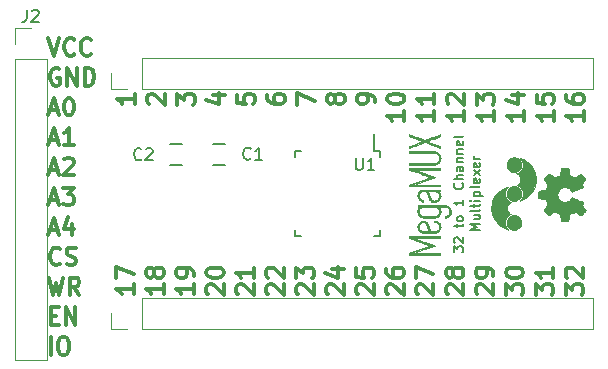
<source format=gbr>
G04 #@! TF.FileFunction,Legend,Top*
%FSLAX46Y46*%
G04 Gerber Fmt 4.6, Leading zero omitted, Abs format (unit mm)*
G04 Created by KiCad (PCBNEW 4.0.4-stable) date 05/29/18 15:17:11*
%MOMM*%
%LPD*%
G01*
G04 APERTURE LIST*
%ADD10C,0.100000*%
%ADD11C,0.200000*%
%ADD12C,0.300000*%
%ADD13C,0.150000*%
%ADD14C,0.120000*%
%ADD15C,0.010000*%
G04 APERTURE END LIST*
D10*
D11*
X180011905Y-94808335D02*
X180011905Y-94313097D01*
X180316667Y-94579764D01*
X180316667Y-94465478D01*
X180354762Y-94389288D01*
X180392857Y-94351192D01*
X180469048Y-94313097D01*
X180659524Y-94313097D01*
X180735714Y-94351192D01*
X180773810Y-94389288D01*
X180811905Y-94465478D01*
X180811905Y-94694050D01*
X180773810Y-94770240D01*
X180735714Y-94808335D01*
X180088095Y-94008335D02*
X180050000Y-93970240D01*
X180011905Y-93894049D01*
X180011905Y-93703573D01*
X180050000Y-93627383D01*
X180088095Y-93589287D01*
X180164286Y-93551192D01*
X180240476Y-93551192D01*
X180354762Y-93589287D01*
X180811905Y-94046430D01*
X180811905Y-93551192D01*
X180278571Y-92713097D02*
X180278571Y-92408335D01*
X180011905Y-92598811D02*
X180697619Y-92598811D01*
X180773810Y-92560716D01*
X180811905Y-92484525D01*
X180811905Y-92408335D01*
X180811905Y-92027382D02*
X180773810Y-92103573D01*
X180735714Y-92141668D01*
X180659524Y-92179763D01*
X180430952Y-92179763D01*
X180354762Y-92141668D01*
X180316667Y-92103573D01*
X180278571Y-92027382D01*
X180278571Y-91913096D01*
X180316667Y-91836906D01*
X180354762Y-91798811D01*
X180430952Y-91760715D01*
X180659524Y-91760715D01*
X180735714Y-91798811D01*
X180773810Y-91836906D01*
X180811905Y-91913096D01*
X180811905Y-92027382D01*
X180811905Y-90389286D02*
X180811905Y-90846429D01*
X180811905Y-90617858D02*
X180011905Y-90617858D01*
X180126190Y-90694048D01*
X180202381Y-90770239D01*
X180240476Y-90846429D01*
X180735714Y-88979762D02*
X180773810Y-89017857D01*
X180811905Y-89132143D01*
X180811905Y-89208333D01*
X180773810Y-89322619D01*
X180697619Y-89398810D01*
X180621429Y-89436905D01*
X180469048Y-89475000D01*
X180354762Y-89475000D01*
X180202381Y-89436905D01*
X180126190Y-89398810D01*
X180050000Y-89322619D01*
X180011905Y-89208333D01*
X180011905Y-89132143D01*
X180050000Y-89017857D01*
X180088095Y-88979762D01*
X180811905Y-88636905D02*
X180011905Y-88636905D01*
X180811905Y-88294048D02*
X180392857Y-88294048D01*
X180316667Y-88332143D01*
X180278571Y-88408333D01*
X180278571Y-88522619D01*
X180316667Y-88598810D01*
X180354762Y-88636905D01*
X180811905Y-87570238D02*
X180392857Y-87570238D01*
X180316667Y-87608333D01*
X180278571Y-87684523D01*
X180278571Y-87836904D01*
X180316667Y-87913095D01*
X180773810Y-87570238D02*
X180811905Y-87646428D01*
X180811905Y-87836904D01*
X180773810Y-87913095D01*
X180697619Y-87951190D01*
X180621429Y-87951190D01*
X180545238Y-87913095D01*
X180507143Y-87836904D01*
X180507143Y-87646428D01*
X180469048Y-87570238D01*
X180278571Y-87189285D02*
X180811905Y-87189285D01*
X180354762Y-87189285D02*
X180316667Y-87151190D01*
X180278571Y-87074999D01*
X180278571Y-86960713D01*
X180316667Y-86884523D01*
X180392857Y-86846428D01*
X180811905Y-86846428D01*
X180278571Y-86465475D02*
X180811905Y-86465475D01*
X180354762Y-86465475D02*
X180316667Y-86427380D01*
X180278571Y-86351189D01*
X180278571Y-86236903D01*
X180316667Y-86160713D01*
X180392857Y-86122618D01*
X180811905Y-86122618D01*
X180773810Y-85436903D02*
X180811905Y-85513093D01*
X180811905Y-85665474D01*
X180773810Y-85741665D01*
X180697619Y-85779760D01*
X180392857Y-85779760D01*
X180316667Y-85741665D01*
X180278571Y-85665474D01*
X180278571Y-85513093D01*
X180316667Y-85436903D01*
X180392857Y-85398808D01*
X180469048Y-85398808D01*
X180545238Y-85779760D01*
X180811905Y-84941665D02*
X180773810Y-85017856D01*
X180697619Y-85055951D01*
X180011905Y-85055951D01*
X182211905Y-92960715D02*
X181411905Y-92960715D01*
X181983333Y-92694048D01*
X181411905Y-92427381D01*
X182211905Y-92427381D01*
X181678571Y-91703572D02*
X182211905Y-91703572D01*
X181678571Y-92046429D02*
X182097619Y-92046429D01*
X182173810Y-92008334D01*
X182211905Y-91932143D01*
X182211905Y-91817857D01*
X182173810Y-91741667D01*
X182135714Y-91703572D01*
X182211905Y-91208333D02*
X182173810Y-91284524D01*
X182097619Y-91322619D01*
X181411905Y-91322619D01*
X181678571Y-91017857D02*
X181678571Y-90713095D01*
X181411905Y-90903571D02*
X182097619Y-90903571D01*
X182173810Y-90865476D01*
X182211905Y-90789285D01*
X182211905Y-90713095D01*
X182211905Y-90446428D02*
X181678571Y-90446428D01*
X181411905Y-90446428D02*
X181450000Y-90484523D01*
X181488095Y-90446428D01*
X181450000Y-90408333D01*
X181411905Y-90446428D01*
X181488095Y-90446428D01*
X181678571Y-90065476D02*
X182478571Y-90065476D01*
X181716667Y-90065476D02*
X181678571Y-89989285D01*
X181678571Y-89836904D01*
X181716667Y-89760714D01*
X181754762Y-89722619D01*
X181830952Y-89684523D01*
X182059524Y-89684523D01*
X182135714Y-89722619D01*
X182173810Y-89760714D01*
X182211905Y-89836904D01*
X182211905Y-89989285D01*
X182173810Y-90065476D01*
X182211905Y-89227380D02*
X182173810Y-89303571D01*
X182097619Y-89341666D01*
X181411905Y-89341666D01*
X182173810Y-88617856D02*
X182211905Y-88694046D01*
X182211905Y-88846427D01*
X182173810Y-88922618D01*
X182097619Y-88960713D01*
X181792857Y-88960713D01*
X181716667Y-88922618D01*
X181678571Y-88846427D01*
X181678571Y-88694046D01*
X181716667Y-88617856D01*
X181792857Y-88579761D01*
X181869048Y-88579761D01*
X181945238Y-88960713D01*
X182211905Y-88313094D02*
X181678571Y-87894047D01*
X181678571Y-88313094D02*
X182211905Y-87894047D01*
X182173810Y-87284523D02*
X182211905Y-87360713D01*
X182211905Y-87513094D01*
X182173810Y-87589285D01*
X182097619Y-87627380D01*
X181792857Y-87627380D01*
X181716667Y-87589285D01*
X181678571Y-87513094D01*
X181678571Y-87360713D01*
X181716667Y-87284523D01*
X181792857Y-87246428D01*
X181869048Y-87246428D01*
X181945238Y-87627380D01*
X182211905Y-86903571D02*
X181678571Y-86903571D01*
X181830952Y-86903571D02*
X181754762Y-86865476D01*
X181716667Y-86827380D01*
X181678571Y-86751190D01*
X181678571Y-86674999D01*
D12*
X152936548Y-97539762D02*
X152936548Y-98391190D01*
X152936548Y-97965476D02*
X151446548Y-97965476D01*
X151659405Y-98107381D01*
X151801310Y-98249286D01*
X151872262Y-98391190D01*
X151446548Y-97043095D02*
X151446548Y-96049762D01*
X152936548Y-96688333D01*
X155471548Y-97539762D02*
X155471548Y-98391190D01*
X155471548Y-97965476D02*
X153981548Y-97965476D01*
X154194405Y-98107381D01*
X154336310Y-98249286D01*
X154407262Y-98391190D01*
X154620119Y-96688333D02*
X154549167Y-96830238D01*
X154478214Y-96901190D01*
X154336310Y-96972142D01*
X154265357Y-96972142D01*
X154123452Y-96901190D01*
X154052500Y-96830238D01*
X153981548Y-96688333D01*
X153981548Y-96404523D01*
X154052500Y-96262619D01*
X154123452Y-96191666D01*
X154265357Y-96120714D01*
X154336310Y-96120714D01*
X154478214Y-96191666D01*
X154549167Y-96262619D01*
X154620119Y-96404523D01*
X154620119Y-96688333D01*
X154691071Y-96830238D01*
X154762024Y-96901190D01*
X154903929Y-96972142D01*
X155187738Y-96972142D01*
X155329643Y-96901190D01*
X155400595Y-96830238D01*
X155471548Y-96688333D01*
X155471548Y-96404523D01*
X155400595Y-96262619D01*
X155329643Y-96191666D01*
X155187738Y-96120714D01*
X154903929Y-96120714D01*
X154762024Y-96191666D01*
X154691071Y-96262619D01*
X154620119Y-96404523D01*
X158006548Y-97539762D02*
X158006548Y-98391190D01*
X158006548Y-97965476D02*
X156516548Y-97965476D01*
X156729405Y-98107381D01*
X156871310Y-98249286D01*
X156942262Y-98391190D01*
X158006548Y-96830238D02*
X158006548Y-96546428D01*
X157935595Y-96404523D01*
X157864643Y-96333571D01*
X157651786Y-96191666D01*
X157367976Y-96120714D01*
X156800357Y-96120714D01*
X156658452Y-96191666D01*
X156587500Y-96262619D01*
X156516548Y-96404523D01*
X156516548Y-96688333D01*
X156587500Y-96830238D01*
X156658452Y-96901190D01*
X156800357Y-96972142D01*
X157155119Y-96972142D01*
X157297024Y-96901190D01*
X157367976Y-96830238D01*
X157438929Y-96688333D01*
X157438929Y-96404523D01*
X157367976Y-96262619D01*
X157297024Y-96191666D01*
X157155119Y-96120714D01*
X159193452Y-98391190D02*
X159122500Y-98320238D01*
X159051548Y-98178333D01*
X159051548Y-97823571D01*
X159122500Y-97681667D01*
X159193452Y-97610714D01*
X159335357Y-97539762D01*
X159477262Y-97539762D01*
X159690119Y-97610714D01*
X160541548Y-98462143D01*
X160541548Y-97539762D01*
X159051548Y-96617381D02*
X159051548Y-96475476D01*
X159122500Y-96333571D01*
X159193452Y-96262619D01*
X159335357Y-96191666D01*
X159619167Y-96120714D01*
X159973929Y-96120714D01*
X160257738Y-96191666D01*
X160399643Y-96262619D01*
X160470595Y-96333571D01*
X160541548Y-96475476D01*
X160541548Y-96617381D01*
X160470595Y-96759285D01*
X160399643Y-96830238D01*
X160257738Y-96901190D01*
X159973929Y-96972142D01*
X159619167Y-96972142D01*
X159335357Y-96901190D01*
X159193452Y-96830238D01*
X159122500Y-96759285D01*
X159051548Y-96617381D01*
X161728452Y-98391190D02*
X161657500Y-98320238D01*
X161586548Y-98178333D01*
X161586548Y-97823571D01*
X161657500Y-97681667D01*
X161728452Y-97610714D01*
X161870357Y-97539762D01*
X162012262Y-97539762D01*
X162225119Y-97610714D01*
X163076548Y-98462143D01*
X163076548Y-97539762D01*
X163076548Y-96120714D02*
X163076548Y-96972142D01*
X163076548Y-96546428D02*
X161586548Y-96546428D01*
X161799405Y-96688333D01*
X161941310Y-96830238D01*
X162012262Y-96972142D01*
X164263452Y-98391190D02*
X164192500Y-98320238D01*
X164121548Y-98178333D01*
X164121548Y-97823571D01*
X164192500Y-97681667D01*
X164263452Y-97610714D01*
X164405357Y-97539762D01*
X164547262Y-97539762D01*
X164760119Y-97610714D01*
X165611548Y-98462143D01*
X165611548Y-97539762D01*
X164263452Y-96972142D02*
X164192500Y-96901190D01*
X164121548Y-96759285D01*
X164121548Y-96404523D01*
X164192500Y-96262619D01*
X164263452Y-96191666D01*
X164405357Y-96120714D01*
X164547262Y-96120714D01*
X164760119Y-96191666D01*
X165611548Y-97043095D01*
X165611548Y-96120714D01*
X166798452Y-98391190D02*
X166727500Y-98320238D01*
X166656548Y-98178333D01*
X166656548Y-97823571D01*
X166727500Y-97681667D01*
X166798452Y-97610714D01*
X166940357Y-97539762D01*
X167082262Y-97539762D01*
X167295119Y-97610714D01*
X168146548Y-98462143D01*
X168146548Y-97539762D01*
X166656548Y-97043095D02*
X166656548Y-96120714D01*
X167224167Y-96617381D01*
X167224167Y-96404523D01*
X167295119Y-96262619D01*
X167366071Y-96191666D01*
X167507976Y-96120714D01*
X167862738Y-96120714D01*
X168004643Y-96191666D01*
X168075595Y-96262619D01*
X168146548Y-96404523D01*
X168146548Y-96830238D01*
X168075595Y-96972142D01*
X168004643Y-97043095D01*
X169333452Y-98391190D02*
X169262500Y-98320238D01*
X169191548Y-98178333D01*
X169191548Y-97823571D01*
X169262500Y-97681667D01*
X169333452Y-97610714D01*
X169475357Y-97539762D01*
X169617262Y-97539762D01*
X169830119Y-97610714D01*
X170681548Y-98462143D01*
X170681548Y-97539762D01*
X169688214Y-96262619D02*
X170681548Y-96262619D01*
X169120595Y-96617381D02*
X170184881Y-96972142D01*
X170184881Y-96049762D01*
X171868452Y-98391190D02*
X171797500Y-98320238D01*
X171726548Y-98178333D01*
X171726548Y-97823571D01*
X171797500Y-97681667D01*
X171868452Y-97610714D01*
X172010357Y-97539762D01*
X172152262Y-97539762D01*
X172365119Y-97610714D01*
X173216548Y-98462143D01*
X173216548Y-97539762D01*
X171726548Y-96191666D02*
X171726548Y-96901190D01*
X172436071Y-96972142D01*
X172365119Y-96901190D01*
X172294167Y-96759285D01*
X172294167Y-96404523D01*
X172365119Y-96262619D01*
X172436071Y-96191666D01*
X172577976Y-96120714D01*
X172932738Y-96120714D01*
X173074643Y-96191666D01*
X173145595Y-96262619D01*
X173216548Y-96404523D01*
X173216548Y-96759285D01*
X173145595Y-96901190D01*
X173074643Y-96972142D01*
X174403452Y-98391190D02*
X174332500Y-98320238D01*
X174261548Y-98178333D01*
X174261548Y-97823571D01*
X174332500Y-97681667D01*
X174403452Y-97610714D01*
X174545357Y-97539762D01*
X174687262Y-97539762D01*
X174900119Y-97610714D01*
X175751548Y-98462143D01*
X175751548Y-97539762D01*
X174261548Y-96262619D02*
X174261548Y-96546428D01*
X174332500Y-96688333D01*
X174403452Y-96759285D01*
X174616310Y-96901190D01*
X174900119Y-96972142D01*
X175467738Y-96972142D01*
X175609643Y-96901190D01*
X175680595Y-96830238D01*
X175751548Y-96688333D01*
X175751548Y-96404523D01*
X175680595Y-96262619D01*
X175609643Y-96191666D01*
X175467738Y-96120714D01*
X175112976Y-96120714D01*
X174971071Y-96191666D01*
X174900119Y-96262619D01*
X174829167Y-96404523D01*
X174829167Y-96688333D01*
X174900119Y-96830238D01*
X174971071Y-96901190D01*
X175112976Y-96972142D01*
X176938452Y-98391190D02*
X176867500Y-98320238D01*
X176796548Y-98178333D01*
X176796548Y-97823571D01*
X176867500Y-97681667D01*
X176938452Y-97610714D01*
X177080357Y-97539762D01*
X177222262Y-97539762D01*
X177435119Y-97610714D01*
X178286548Y-98462143D01*
X178286548Y-97539762D01*
X176796548Y-97043095D02*
X176796548Y-96049762D01*
X178286548Y-96688333D01*
X179473452Y-98391190D02*
X179402500Y-98320238D01*
X179331548Y-98178333D01*
X179331548Y-97823571D01*
X179402500Y-97681667D01*
X179473452Y-97610714D01*
X179615357Y-97539762D01*
X179757262Y-97539762D01*
X179970119Y-97610714D01*
X180821548Y-98462143D01*
X180821548Y-97539762D01*
X179970119Y-96688333D02*
X179899167Y-96830238D01*
X179828214Y-96901190D01*
X179686310Y-96972142D01*
X179615357Y-96972142D01*
X179473452Y-96901190D01*
X179402500Y-96830238D01*
X179331548Y-96688333D01*
X179331548Y-96404523D01*
X179402500Y-96262619D01*
X179473452Y-96191666D01*
X179615357Y-96120714D01*
X179686310Y-96120714D01*
X179828214Y-96191666D01*
X179899167Y-96262619D01*
X179970119Y-96404523D01*
X179970119Y-96688333D01*
X180041071Y-96830238D01*
X180112024Y-96901190D01*
X180253929Y-96972142D01*
X180537738Y-96972142D01*
X180679643Y-96901190D01*
X180750595Y-96830238D01*
X180821548Y-96688333D01*
X180821548Y-96404523D01*
X180750595Y-96262619D01*
X180679643Y-96191666D01*
X180537738Y-96120714D01*
X180253929Y-96120714D01*
X180112024Y-96191666D01*
X180041071Y-96262619D01*
X179970119Y-96404523D01*
X182008452Y-98391190D02*
X181937500Y-98320238D01*
X181866548Y-98178333D01*
X181866548Y-97823571D01*
X181937500Y-97681667D01*
X182008452Y-97610714D01*
X182150357Y-97539762D01*
X182292262Y-97539762D01*
X182505119Y-97610714D01*
X183356548Y-98462143D01*
X183356548Y-97539762D01*
X183356548Y-96830238D02*
X183356548Y-96546428D01*
X183285595Y-96404523D01*
X183214643Y-96333571D01*
X183001786Y-96191666D01*
X182717976Y-96120714D01*
X182150357Y-96120714D01*
X182008452Y-96191666D01*
X181937500Y-96262619D01*
X181866548Y-96404523D01*
X181866548Y-96688333D01*
X181937500Y-96830238D01*
X182008452Y-96901190D01*
X182150357Y-96972142D01*
X182505119Y-96972142D01*
X182647024Y-96901190D01*
X182717976Y-96830238D01*
X182788929Y-96688333D01*
X182788929Y-96404523D01*
X182717976Y-96262619D01*
X182647024Y-96191666D01*
X182505119Y-96120714D01*
X184401548Y-98462143D02*
X184401548Y-97539762D01*
X184969167Y-98036429D01*
X184969167Y-97823571D01*
X185040119Y-97681667D01*
X185111071Y-97610714D01*
X185252976Y-97539762D01*
X185607738Y-97539762D01*
X185749643Y-97610714D01*
X185820595Y-97681667D01*
X185891548Y-97823571D01*
X185891548Y-98249286D01*
X185820595Y-98391190D01*
X185749643Y-98462143D01*
X184401548Y-96617381D02*
X184401548Y-96475476D01*
X184472500Y-96333571D01*
X184543452Y-96262619D01*
X184685357Y-96191666D01*
X184969167Y-96120714D01*
X185323929Y-96120714D01*
X185607738Y-96191666D01*
X185749643Y-96262619D01*
X185820595Y-96333571D01*
X185891548Y-96475476D01*
X185891548Y-96617381D01*
X185820595Y-96759285D01*
X185749643Y-96830238D01*
X185607738Y-96901190D01*
X185323929Y-96972142D01*
X184969167Y-96972142D01*
X184685357Y-96901190D01*
X184543452Y-96830238D01*
X184472500Y-96759285D01*
X184401548Y-96617381D01*
X186936548Y-98462143D02*
X186936548Y-97539762D01*
X187504167Y-98036429D01*
X187504167Y-97823571D01*
X187575119Y-97681667D01*
X187646071Y-97610714D01*
X187787976Y-97539762D01*
X188142738Y-97539762D01*
X188284643Y-97610714D01*
X188355595Y-97681667D01*
X188426548Y-97823571D01*
X188426548Y-98249286D01*
X188355595Y-98391190D01*
X188284643Y-98462143D01*
X188426548Y-96120714D02*
X188426548Y-96972142D01*
X188426548Y-96546428D02*
X186936548Y-96546428D01*
X187149405Y-96688333D01*
X187291310Y-96830238D01*
X187362262Y-96972142D01*
X189471548Y-98462143D02*
X189471548Y-97539762D01*
X190039167Y-98036429D01*
X190039167Y-97823571D01*
X190110119Y-97681667D01*
X190181071Y-97610714D01*
X190322976Y-97539762D01*
X190677738Y-97539762D01*
X190819643Y-97610714D01*
X190890595Y-97681667D01*
X190961548Y-97823571D01*
X190961548Y-98249286D01*
X190890595Y-98391190D01*
X190819643Y-98462143D01*
X189613452Y-96972142D02*
X189542500Y-96901190D01*
X189471548Y-96759285D01*
X189471548Y-96404523D01*
X189542500Y-96262619D01*
X189613452Y-96191666D01*
X189755357Y-96120714D01*
X189897262Y-96120714D01*
X190110119Y-96191666D01*
X190961548Y-97043095D01*
X190961548Y-96120714D01*
X153011548Y-81408810D02*
X153011548Y-82260238D01*
X153011548Y-81834524D02*
X151521548Y-81834524D01*
X151734405Y-81976429D01*
X151876310Y-82118334D01*
X151947262Y-82260238D01*
X154198452Y-82260238D02*
X154127500Y-82189286D01*
X154056548Y-82047381D01*
X154056548Y-81692619D01*
X154127500Y-81550715D01*
X154198452Y-81479762D01*
X154340357Y-81408810D01*
X154482262Y-81408810D01*
X154695119Y-81479762D01*
X155546548Y-82331191D01*
X155546548Y-81408810D01*
X156591548Y-82331191D02*
X156591548Y-81408810D01*
X157159167Y-81905477D01*
X157159167Y-81692619D01*
X157230119Y-81550715D01*
X157301071Y-81479762D01*
X157442976Y-81408810D01*
X157797738Y-81408810D01*
X157939643Y-81479762D01*
X158010595Y-81550715D01*
X158081548Y-81692619D01*
X158081548Y-82118334D01*
X158010595Y-82260238D01*
X157939643Y-82331191D01*
X159623214Y-81550715D02*
X160616548Y-81550715D01*
X159055595Y-81905477D02*
X160119881Y-82260238D01*
X160119881Y-81337858D01*
X161661548Y-81479762D02*
X161661548Y-82189286D01*
X162371071Y-82260238D01*
X162300119Y-82189286D01*
X162229167Y-82047381D01*
X162229167Y-81692619D01*
X162300119Y-81550715D01*
X162371071Y-81479762D01*
X162512976Y-81408810D01*
X162867738Y-81408810D01*
X163009643Y-81479762D01*
X163080595Y-81550715D01*
X163151548Y-81692619D01*
X163151548Y-82047381D01*
X163080595Y-82189286D01*
X163009643Y-82260238D01*
X164196548Y-81550715D02*
X164196548Y-81834524D01*
X164267500Y-81976429D01*
X164338452Y-82047381D01*
X164551310Y-82189286D01*
X164835119Y-82260238D01*
X165402738Y-82260238D01*
X165544643Y-82189286D01*
X165615595Y-82118334D01*
X165686548Y-81976429D01*
X165686548Y-81692619D01*
X165615595Y-81550715D01*
X165544643Y-81479762D01*
X165402738Y-81408810D01*
X165047976Y-81408810D01*
X164906071Y-81479762D01*
X164835119Y-81550715D01*
X164764167Y-81692619D01*
X164764167Y-81976429D01*
X164835119Y-82118334D01*
X164906071Y-82189286D01*
X165047976Y-82260238D01*
X166731548Y-82331191D02*
X166731548Y-81337858D01*
X168221548Y-81976429D01*
X169905119Y-81976429D02*
X169834167Y-82118334D01*
X169763214Y-82189286D01*
X169621310Y-82260238D01*
X169550357Y-82260238D01*
X169408452Y-82189286D01*
X169337500Y-82118334D01*
X169266548Y-81976429D01*
X169266548Y-81692619D01*
X169337500Y-81550715D01*
X169408452Y-81479762D01*
X169550357Y-81408810D01*
X169621310Y-81408810D01*
X169763214Y-81479762D01*
X169834167Y-81550715D01*
X169905119Y-81692619D01*
X169905119Y-81976429D01*
X169976071Y-82118334D01*
X170047024Y-82189286D01*
X170188929Y-82260238D01*
X170472738Y-82260238D01*
X170614643Y-82189286D01*
X170685595Y-82118334D01*
X170756548Y-81976429D01*
X170756548Y-81692619D01*
X170685595Y-81550715D01*
X170614643Y-81479762D01*
X170472738Y-81408810D01*
X170188929Y-81408810D01*
X170047024Y-81479762D01*
X169976071Y-81550715D01*
X169905119Y-81692619D01*
X173291548Y-82118334D02*
X173291548Y-81834524D01*
X173220595Y-81692619D01*
X173149643Y-81621667D01*
X172936786Y-81479762D01*
X172652976Y-81408810D01*
X172085357Y-81408810D01*
X171943452Y-81479762D01*
X171872500Y-81550715D01*
X171801548Y-81692619D01*
X171801548Y-81976429D01*
X171872500Y-82118334D01*
X171943452Y-82189286D01*
X172085357Y-82260238D01*
X172440119Y-82260238D01*
X172582024Y-82189286D01*
X172652976Y-82118334D01*
X172723929Y-81976429D01*
X172723929Y-81692619D01*
X172652976Y-81550715D01*
X172582024Y-81479762D01*
X172440119Y-81408810D01*
X175826548Y-82827858D02*
X175826548Y-83679286D01*
X175826548Y-83253572D02*
X174336548Y-83253572D01*
X174549405Y-83395477D01*
X174691310Y-83537382D01*
X174762262Y-83679286D01*
X174336548Y-81905477D02*
X174336548Y-81763572D01*
X174407500Y-81621667D01*
X174478452Y-81550715D01*
X174620357Y-81479762D01*
X174904167Y-81408810D01*
X175258929Y-81408810D01*
X175542738Y-81479762D01*
X175684643Y-81550715D01*
X175755595Y-81621667D01*
X175826548Y-81763572D01*
X175826548Y-81905477D01*
X175755595Y-82047381D01*
X175684643Y-82118334D01*
X175542738Y-82189286D01*
X175258929Y-82260238D01*
X174904167Y-82260238D01*
X174620357Y-82189286D01*
X174478452Y-82118334D01*
X174407500Y-82047381D01*
X174336548Y-81905477D01*
X178361548Y-82827858D02*
X178361548Y-83679286D01*
X178361548Y-83253572D02*
X176871548Y-83253572D01*
X177084405Y-83395477D01*
X177226310Y-83537382D01*
X177297262Y-83679286D01*
X178361548Y-81408810D02*
X178361548Y-82260238D01*
X178361548Y-81834524D02*
X176871548Y-81834524D01*
X177084405Y-81976429D01*
X177226310Y-82118334D01*
X177297262Y-82260238D01*
X180896548Y-82827858D02*
X180896548Y-83679286D01*
X180896548Y-83253572D02*
X179406548Y-83253572D01*
X179619405Y-83395477D01*
X179761310Y-83537382D01*
X179832262Y-83679286D01*
X179548452Y-82260238D02*
X179477500Y-82189286D01*
X179406548Y-82047381D01*
X179406548Y-81692619D01*
X179477500Y-81550715D01*
X179548452Y-81479762D01*
X179690357Y-81408810D01*
X179832262Y-81408810D01*
X180045119Y-81479762D01*
X180896548Y-82331191D01*
X180896548Y-81408810D01*
X183431548Y-82827858D02*
X183431548Y-83679286D01*
X183431548Y-83253572D02*
X181941548Y-83253572D01*
X182154405Y-83395477D01*
X182296310Y-83537382D01*
X182367262Y-83679286D01*
X181941548Y-82331191D02*
X181941548Y-81408810D01*
X182509167Y-81905477D01*
X182509167Y-81692619D01*
X182580119Y-81550715D01*
X182651071Y-81479762D01*
X182792976Y-81408810D01*
X183147738Y-81408810D01*
X183289643Y-81479762D01*
X183360595Y-81550715D01*
X183431548Y-81692619D01*
X183431548Y-82118334D01*
X183360595Y-82260238D01*
X183289643Y-82331191D01*
X185966548Y-82827858D02*
X185966548Y-83679286D01*
X185966548Y-83253572D02*
X184476548Y-83253572D01*
X184689405Y-83395477D01*
X184831310Y-83537382D01*
X184902262Y-83679286D01*
X184973214Y-81550715D02*
X185966548Y-81550715D01*
X184405595Y-81905477D02*
X185469881Y-82260238D01*
X185469881Y-81337858D01*
X188501548Y-82827858D02*
X188501548Y-83679286D01*
X188501548Y-83253572D02*
X187011548Y-83253572D01*
X187224405Y-83395477D01*
X187366310Y-83537382D01*
X187437262Y-83679286D01*
X187011548Y-81479762D02*
X187011548Y-82189286D01*
X187721071Y-82260238D01*
X187650119Y-82189286D01*
X187579167Y-82047381D01*
X187579167Y-81692619D01*
X187650119Y-81550715D01*
X187721071Y-81479762D01*
X187862976Y-81408810D01*
X188217738Y-81408810D01*
X188359643Y-81479762D01*
X188430595Y-81550715D01*
X188501548Y-81692619D01*
X188501548Y-82047381D01*
X188430595Y-82189286D01*
X188359643Y-82260238D01*
X191036548Y-82827858D02*
X191036548Y-83679286D01*
X191036548Y-83253572D02*
X189546548Y-83253572D01*
X189759405Y-83395477D01*
X189901310Y-83537382D01*
X189972262Y-83679286D01*
X189546548Y-81550715D02*
X189546548Y-81834524D01*
X189617500Y-81976429D01*
X189688452Y-82047381D01*
X189901310Y-82189286D01*
X190185119Y-82260238D01*
X190752738Y-82260238D01*
X190894643Y-82189286D01*
X190965595Y-82118334D01*
X191036548Y-81976429D01*
X191036548Y-81692619D01*
X190965595Y-81550715D01*
X190894643Y-81479762D01*
X190752738Y-81408810D01*
X190397976Y-81408810D01*
X190256071Y-81479762D01*
X190185119Y-81550715D01*
X190114167Y-81692619D01*
X190114167Y-81976429D01*
X190185119Y-82118334D01*
X190256071Y-82189286D01*
X190397976Y-82260238D01*
X145683333Y-76684048D02*
X146150000Y-78174048D01*
X146616667Y-76684048D01*
X147883333Y-78032143D02*
X147816667Y-78103095D01*
X147616667Y-78174048D01*
X147483333Y-78174048D01*
X147283333Y-78103095D01*
X147150000Y-77961190D01*
X147083333Y-77819286D01*
X147016667Y-77535476D01*
X147016667Y-77322619D01*
X147083333Y-77038810D01*
X147150000Y-76896905D01*
X147283333Y-76755000D01*
X147483333Y-76684048D01*
X147616667Y-76684048D01*
X147816667Y-76755000D01*
X147883333Y-76825952D01*
X149283333Y-78032143D02*
X149216667Y-78103095D01*
X149016667Y-78174048D01*
X148883333Y-78174048D01*
X148683333Y-78103095D01*
X148550000Y-77961190D01*
X148483333Y-77819286D01*
X148416667Y-77535476D01*
X148416667Y-77322619D01*
X148483333Y-77038810D01*
X148550000Y-76896905D01*
X148683333Y-76755000D01*
X148883333Y-76684048D01*
X149016667Y-76684048D01*
X149216667Y-76755000D01*
X149283333Y-76825952D01*
X146616667Y-79290000D02*
X146483333Y-79219048D01*
X146283333Y-79219048D01*
X146083333Y-79290000D01*
X145950000Y-79431905D01*
X145883333Y-79573810D01*
X145816667Y-79857619D01*
X145816667Y-80070476D01*
X145883333Y-80354286D01*
X145950000Y-80496190D01*
X146083333Y-80638095D01*
X146283333Y-80709048D01*
X146416667Y-80709048D01*
X146616667Y-80638095D01*
X146683333Y-80567143D01*
X146683333Y-80070476D01*
X146416667Y-80070476D01*
X147283333Y-80709048D02*
X147283333Y-79219048D01*
X148083333Y-80709048D01*
X148083333Y-79219048D01*
X148750000Y-80709048D02*
X148750000Y-79219048D01*
X149083334Y-79219048D01*
X149283334Y-79290000D01*
X149416667Y-79431905D01*
X149483334Y-79573810D01*
X149550000Y-79857619D01*
X149550000Y-80070476D01*
X149483334Y-80354286D01*
X149416667Y-80496190D01*
X149283334Y-80638095D01*
X149083334Y-80709048D01*
X148750000Y-80709048D01*
X145816667Y-82818333D02*
X146483333Y-82818333D01*
X145683333Y-83244048D02*
X146150000Y-81754048D01*
X146616667Y-83244048D01*
X147350000Y-81754048D02*
X147483333Y-81754048D01*
X147616667Y-81825000D01*
X147683333Y-81895952D01*
X147750000Y-82037857D01*
X147816667Y-82321667D01*
X147816667Y-82676429D01*
X147750000Y-82960238D01*
X147683333Y-83102143D01*
X147616667Y-83173095D01*
X147483333Y-83244048D01*
X147350000Y-83244048D01*
X147216667Y-83173095D01*
X147150000Y-83102143D01*
X147083333Y-82960238D01*
X147016667Y-82676429D01*
X147016667Y-82321667D01*
X147083333Y-82037857D01*
X147150000Y-81895952D01*
X147216667Y-81825000D01*
X147350000Y-81754048D01*
X145816667Y-85353333D02*
X146483333Y-85353333D01*
X145683333Y-85779048D02*
X146150000Y-84289048D01*
X146616667Y-85779048D01*
X147816667Y-85779048D02*
X147016667Y-85779048D01*
X147416667Y-85779048D02*
X147416667Y-84289048D01*
X147283333Y-84501905D01*
X147150000Y-84643810D01*
X147016667Y-84714762D01*
X145816667Y-87888333D02*
X146483333Y-87888333D01*
X145683333Y-88314048D02*
X146150000Y-86824048D01*
X146616667Y-88314048D01*
X147016667Y-86965952D02*
X147083333Y-86895000D01*
X147216667Y-86824048D01*
X147550000Y-86824048D01*
X147683333Y-86895000D01*
X147750000Y-86965952D01*
X147816667Y-87107857D01*
X147816667Y-87249762D01*
X147750000Y-87462619D01*
X146950000Y-88314048D01*
X147816667Y-88314048D01*
X145816667Y-90423333D02*
X146483333Y-90423333D01*
X145683333Y-90849048D02*
X146150000Y-89359048D01*
X146616667Y-90849048D01*
X146950000Y-89359048D02*
X147816667Y-89359048D01*
X147350000Y-89926667D01*
X147550000Y-89926667D01*
X147683333Y-89997619D01*
X147750000Y-90068571D01*
X147816667Y-90210476D01*
X147816667Y-90565238D01*
X147750000Y-90707143D01*
X147683333Y-90778095D01*
X147550000Y-90849048D01*
X147150000Y-90849048D01*
X147016667Y-90778095D01*
X146950000Y-90707143D01*
X145816667Y-92958333D02*
X146483333Y-92958333D01*
X145683333Y-93384048D02*
X146150000Y-91894048D01*
X146616667Y-93384048D01*
X147683333Y-92390714D02*
X147683333Y-93384048D01*
X147350000Y-91823095D02*
X147016667Y-92887381D01*
X147883333Y-92887381D01*
X146683333Y-95777143D02*
X146616667Y-95848095D01*
X146416667Y-95919048D01*
X146283333Y-95919048D01*
X146083333Y-95848095D01*
X145950000Y-95706190D01*
X145883333Y-95564286D01*
X145816667Y-95280476D01*
X145816667Y-95067619D01*
X145883333Y-94783810D01*
X145950000Y-94641905D01*
X146083333Y-94500000D01*
X146283333Y-94429048D01*
X146416667Y-94429048D01*
X146616667Y-94500000D01*
X146683333Y-94570952D01*
X147216667Y-95848095D02*
X147416667Y-95919048D01*
X147750000Y-95919048D01*
X147883333Y-95848095D01*
X147950000Y-95777143D01*
X148016667Y-95635238D01*
X148016667Y-95493333D01*
X147950000Y-95351429D01*
X147883333Y-95280476D01*
X147750000Y-95209524D01*
X147483333Y-95138571D01*
X147350000Y-95067619D01*
X147283333Y-94996667D01*
X147216667Y-94854762D01*
X147216667Y-94712857D01*
X147283333Y-94570952D01*
X147350000Y-94500000D01*
X147483333Y-94429048D01*
X147816667Y-94429048D01*
X148016667Y-94500000D01*
X145750000Y-96964048D02*
X146083333Y-98454048D01*
X146350000Y-97389762D01*
X146616667Y-98454048D01*
X146950000Y-96964048D01*
X148283333Y-98454048D02*
X147816667Y-97744524D01*
X147483333Y-98454048D02*
X147483333Y-96964048D01*
X148016667Y-96964048D01*
X148150000Y-97035000D01*
X148216667Y-97105952D01*
X148283333Y-97247857D01*
X148283333Y-97460714D01*
X148216667Y-97602619D01*
X148150000Y-97673571D01*
X148016667Y-97744524D01*
X147483333Y-97744524D01*
X145883333Y-100208571D02*
X146350000Y-100208571D01*
X146550000Y-100989048D02*
X145883333Y-100989048D01*
X145883333Y-99499048D01*
X146550000Y-99499048D01*
X147150000Y-100989048D02*
X147150000Y-99499048D01*
X147950000Y-100989048D01*
X147950000Y-99499048D01*
X145883333Y-103524048D02*
X145883333Y-102034048D01*
X146816667Y-102034048D02*
X147083334Y-102034048D01*
X147216667Y-102105000D01*
X147350000Y-102246905D01*
X147416667Y-102530714D01*
X147416667Y-103027381D01*
X147350000Y-103311190D01*
X147216667Y-103453095D01*
X147083334Y-103524048D01*
X146816667Y-103524048D01*
X146683334Y-103453095D01*
X146550000Y-103311190D01*
X146483334Y-103027381D01*
X146483334Y-102530714D01*
X146550000Y-102246905D01*
X146683334Y-102105000D01*
X146816667Y-102034048D01*
D13*
X160650000Y-85700000D02*
X159650000Y-85700000D01*
X159650000Y-87400000D02*
X160650000Y-87400000D01*
X156000000Y-87400000D02*
X157000000Y-87400000D01*
X157000000Y-85700000D02*
X156000000Y-85700000D01*
D14*
X142870000Y-103905000D02*
X145530000Y-103905000D01*
X142870000Y-78445000D02*
X142870000Y-103905000D01*
X145530000Y-78445000D02*
X145530000Y-103905000D01*
X142870000Y-78445000D02*
X145530000Y-78445000D01*
X142870000Y-77175000D02*
X142870000Y-75845000D01*
X142870000Y-75845000D02*
X144200000Y-75845000D01*
D13*
X173775000Y-86215000D02*
X173250000Y-86215000D01*
X173775000Y-93465000D02*
X173250000Y-93465000D01*
X166525000Y-93465000D02*
X167050000Y-93465000D01*
X166525000Y-86215000D02*
X167050000Y-86215000D01*
X173775000Y-86215000D02*
X173775000Y-86740000D01*
X166525000Y-86215000D02*
X166525000Y-86740000D01*
X166525000Y-93465000D02*
X166525000Y-92940000D01*
X173775000Y-93465000D02*
X173775000Y-92940000D01*
X173250000Y-86215000D02*
X173250000Y-84840000D01*
D14*
X191770000Y-81010000D02*
X191770000Y-78350000D01*
X153610000Y-81010000D02*
X191770000Y-81010000D01*
X153610000Y-78350000D02*
X191770000Y-78350000D01*
X153610000Y-81010000D02*
X153610000Y-78350000D01*
X152340000Y-81010000D02*
X151010000Y-81010000D01*
X151010000Y-81010000D02*
X151010000Y-79680000D01*
X191770000Y-101330000D02*
X191770000Y-98670000D01*
X153610000Y-101330000D02*
X191770000Y-101330000D01*
X153610000Y-98670000D02*
X191770000Y-98670000D01*
X153610000Y-101330000D02*
X153610000Y-98670000D01*
X152340000Y-101330000D02*
X151010000Y-101330000D01*
X151010000Y-101330000D02*
X151010000Y-100000000D01*
D15*
G36*
X176930836Y-91279099D02*
X176955441Y-91189661D01*
X176994124Y-91106214D01*
X177044984Y-91033709D01*
X177055909Y-91021533D01*
X177100443Y-90973923D01*
X176941462Y-90973923D01*
X176941462Y-90846923D01*
X178125981Y-90847067D01*
X178307579Y-90847080D01*
X178470723Y-90847102D01*
X178616494Y-90847181D01*
X178745976Y-90847364D01*
X178860253Y-90847698D01*
X178960408Y-90848231D01*
X179047524Y-90849011D01*
X179122683Y-90850083D01*
X179186970Y-90851496D01*
X179241468Y-90853297D01*
X179287260Y-90855534D01*
X179325428Y-90858252D01*
X179357057Y-90861500D01*
X179383229Y-90865326D01*
X179405028Y-90869775D01*
X179423537Y-90874896D01*
X179439839Y-90880736D01*
X179455018Y-90887342D01*
X179470156Y-90894761D01*
X179486337Y-90903041D01*
X179493656Y-90906762D01*
X179549399Y-90941983D01*
X179606122Y-90990018D01*
X179658236Y-91045278D01*
X179700154Y-91102176D01*
X179714699Y-91127805D01*
X179751551Y-91221459D01*
X179770608Y-91319476D01*
X179771470Y-91418534D01*
X179759064Y-91495161D01*
X179727497Y-91585257D01*
X179679379Y-91667869D01*
X179616981Y-91740754D01*
X179542575Y-91801672D01*
X179458433Y-91848380D01*
X179371658Y-91877522D01*
X179334832Y-91885243D01*
X179301812Y-91890533D01*
X179283635Y-91892086D01*
X179269094Y-91891288D01*
X179261057Y-91885722D01*
X179257597Y-91870933D01*
X179256785Y-91842463D01*
X179256769Y-91829989D01*
X179256769Y-91767748D01*
X179308040Y-91760946D01*
X179384612Y-91741311D01*
X179457161Y-91704593D01*
X179522424Y-91653232D01*
X179577138Y-91589668D01*
X179609128Y-91535781D01*
X179624666Y-91502870D01*
X179634472Y-91476358D01*
X179639843Y-91449787D01*
X179642075Y-91416700D01*
X179642465Y-91370640D01*
X179642464Y-91369782D01*
X179641507Y-91319429D01*
X179638274Y-91282668D01*
X179631879Y-91253603D01*
X179621433Y-91226338D01*
X179620603Y-91224511D01*
X179574037Y-91144023D01*
X179514927Y-91077911D01*
X179444236Y-91027048D01*
X179364948Y-90992931D01*
X179345780Y-90987470D01*
X179325668Y-90983156D01*
X179302112Y-90979856D01*
X179272607Y-90977438D01*
X179234652Y-90975771D01*
X179185743Y-90974720D01*
X179123376Y-90974154D01*
X179045051Y-90973940D01*
X179005878Y-90973923D01*
X178707882Y-90973923D01*
X178750789Y-91021646D01*
X178809702Y-91101332D01*
X178852080Y-91189661D01*
X178877230Y-91283926D01*
X178884456Y-91381421D01*
X178873063Y-91479441D01*
X178870830Y-91489350D01*
X178839490Y-91580967D01*
X178791628Y-91664814D01*
X178729453Y-91738684D01*
X178655173Y-91800367D01*
X178570998Y-91847655D01*
X178482658Y-91877522D01*
X178456736Y-91881185D01*
X178413649Y-91884370D01*
X178355764Y-91887077D01*
X178285451Y-91889307D01*
X178205075Y-91891061D01*
X178117007Y-91892339D01*
X178023612Y-91893142D01*
X177927259Y-91893470D01*
X177830315Y-91893325D01*
X177735149Y-91892707D01*
X177644127Y-91891616D01*
X177559619Y-91890053D01*
X177483991Y-91888019D01*
X177419612Y-91885514D01*
X177368849Y-91882540D01*
X177346885Y-91880366D01*
X177346885Y-91760346D01*
X178460577Y-91760346D01*
X178526429Y-91729152D01*
X178598182Y-91685278D01*
X178660094Y-91627697D01*
X178709237Y-91559889D01*
X178742685Y-91485338D01*
X178748555Y-91464867D01*
X178752587Y-91437272D01*
X178754749Y-91397974D01*
X178754652Y-91354750D01*
X178754401Y-91347991D01*
X178750533Y-91298180D01*
X178742405Y-91258274D01*
X178727815Y-91218749D01*
X178721123Y-91203985D01*
X178676698Y-91131421D01*
X178617228Y-91068992D01*
X178545942Y-91019914D01*
X178526429Y-91010002D01*
X178460577Y-90978807D01*
X177346885Y-90978807D01*
X177281033Y-91010002D01*
X177206093Y-91056067D01*
X177142561Y-91116886D01*
X177093208Y-91189688D01*
X177085002Y-91206032D01*
X177070380Y-91238588D01*
X177061196Y-91265644D01*
X177056204Y-91293726D01*
X177054159Y-91329363D01*
X177053808Y-91369577D01*
X177054347Y-91416507D01*
X177056795Y-91450438D01*
X177062397Y-91477898D01*
X177072398Y-91505414D01*
X177085002Y-91533121D01*
X177131067Y-91608061D01*
X177191887Y-91671593D01*
X177264688Y-91720946D01*
X177281033Y-91729152D01*
X177346885Y-91760346D01*
X177346885Y-91880366D01*
X177334069Y-91879096D01*
X177323469Y-91877211D01*
X177231722Y-91845928D01*
X177148646Y-91798545D01*
X177075943Y-91737213D01*
X177015314Y-91664085D01*
X176968459Y-91581312D01*
X176937081Y-91491048D01*
X176922881Y-91395444D01*
X176922212Y-91369577D01*
X176930836Y-91279099D01*
X176930836Y-91279099D01*
G37*
X176930836Y-91279099D02*
X176955441Y-91189661D01*
X176994124Y-91106214D01*
X177044984Y-91033709D01*
X177055909Y-91021533D01*
X177100443Y-90973923D01*
X176941462Y-90973923D01*
X176941462Y-90846923D01*
X178125981Y-90847067D01*
X178307579Y-90847080D01*
X178470723Y-90847102D01*
X178616494Y-90847181D01*
X178745976Y-90847364D01*
X178860253Y-90847698D01*
X178960408Y-90848231D01*
X179047524Y-90849011D01*
X179122683Y-90850083D01*
X179186970Y-90851496D01*
X179241468Y-90853297D01*
X179287260Y-90855534D01*
X179325428Y-90858252D01*
X179357057Y-90861500D01*
X179383229Y-90865326D01*
X179405028Y-90869775D01*
X179423537Y-90874896D01*
X179439839Y-90880736D01*
X179455018Y-90887342D01*
X179470156Y-90894761D01*
X179486337Y-90903041D01*
X179493656Y-90906762D01*
X179549399Y-90941983D01*
X179606122Y-90990018D01*
X179658236Y-91045278D01*
X179700154Y-91102176D01*
X179714699Y-91127805D01*
X179751551Y-91221459D01*
X179770608Y-91319476D01*
X179771470Y-91418534D01*
X179759064Y-91495161D01*
X179727497Y-91585257D01*
X179679379Y-91667869D01*
X179616981Y-91740754D01*
X179542575Y-91801672D01*
X179458433Y-91848380D01*
X179371658Y-91877522D01*
X179334832Y-91885243D01*
X179301812Y-91890533D01*
X179283635Y-91892086D01*
X179269094Y-91891288D01*
X179261057Y-91885722D01*
X179257597Y-91870933D01*
X179256785Y-91842463D01*
X179256769Y-91829989D01*
X179256769Y-91767748D01*
X179308040Y-91760946D01*
X179384612Y-91741311D01*
X179457161Y-91704593D01*
X179522424Y-91653232D01*
X179577138Y-91589668D01*
X179609128Y-91535781D01*
X179624666Y-91502870D01*
X179634472Y-91476358D01*
X179639843Y-91449787D01*
X179642075Y-91416700D01*
X179642465Y-91370640D01*
X179642464Y-91369782D01*
X179641507Y-91319429D01*
X179638274Y-91282668D01*
X179631879Y-91253603D01*
X179621433Y-91226338D01*
X179620603Y-91224511D01*
X179574037Y-91144023D01*
X179514927Y-91077911D01*
X179444236Y-91027048D01*
X179364948Y-90992931D01*
X179345780Y-90987470D01*
X179325668Y-90983156D01*
X179302112Y-90979856D01*
X179272607Y-90977438D01*
X179234652Y-90975771D01*
X179185743Y-90974720D01*
X179123376Y-90974154D01*
X179045051Y-90973940D01*
X179005878Y-90973923D01*
X178707882Y-90973923D01*
X178750789Y-91021646D01*
X178809702Y-91101332D01*
X178852080Y-91189661D01*
X178877230Y-91283926D01*
X178884456Y-91381421D01*
X178873063Y-91479441D01*
X178870830Y-91489350D01*
X178839490Y-91580967D01*
X178791628Y-91664814D01*
X178729453Y-91738684D01*
X178655173Y-91800367D01*
X178570998Y-91847655D01*
X178482658Y-91877522D01*
X178456736Y-91881185D01*
X178413649Y-91884370D01*
X178355764Y-91887077D01*
X178285451Y-91889307D01*
X178205075Y-91891061D01*
X178117007Y-91892339D01*
X178023612Y-91893142D01*
X177927259Y-91893470D01*
X177830315Y-91893325D01*
X177735149Y-91892707D01*
X177644127Y-91891616D01*
X177559619Y-91890053D01*
X177483991Y-91888019D01*
X177419612Y-91885514D01*
X177368849Y-91882540D01*
X177346885Y-91880366D01*
X177346885Y-91760346D01*
X178460577Y-91760346D01*
X178526429Y-91729152D01*
X178598182Y-91685278D01*
X178660094Y-91627697D01*
X178709237Y-91559889D01*
X178742685Y-91485338D01*
X178748555Y-91464867D01*
X178752587Y-91437272D01*
X178754749Y-91397974D01*
X178754652Y-91354750D01*
X178754401Y-91347991D01*
X178750533Y-91298180D01*
X178742405Y-91258274D01*
X178727815Y-91218749D01*
X178721123Y-91203985D01*
X178676698Y-91131421D01*
X178617228Y-91068992D01*
X178545942Y-91019914D01*
X178526429Y-91010002D01*
X178460577Y-90978807D01*
X177346885Y-90978807D01*
X177281033Y-91010002D01*
X177206093Y-91056067D01*
X177142561Y-91116886D01*
X177093208Y-91189688D01*
X177085002Y-91206032D01*
X177070380Y-91238588D01*
X177061196Y-91265644D01*
X177056204Y-91293726D01*
X177054159Y-91329363D01*
X177053808Y-91369577D01*
X177054347Y-91416507D01*
X177056795Y-91450438D01*
X177062397Y-91477898D01*
X177072398Y-91505414D01*
X177085002Y-91533121D01*
X177131067Y-91608061D01*
X177191887Y-91671593D01*
X177264688Y-91720946D01*
X177281033Y-91729152D01*
X177346885Y-91760346D01*
X177346885Y-91880366D01*
X177334069Y-91879096D01*
X177323469Y-91877211D01*
X177231722Y-91845928D01*
X177148646Y-91798545D01*
X177075943Y-91737213D01*
X177015314Y-91664085D01*
X176968459Y-91581312D01*
X176937081Y-91491048D01*
X176922881Y-91395444D01*
X176922212Y-91369577D01*
X176930836Y-91279099D01*
G36*
X176931322Y-92573378D02*
X176957432Y-92483195D01*
X176998715Y-92400093D01*
X177053341Y-92325827D01*
X177119482Y-92262152D01*
X177195310Y-92210825D01*
X177278996Y-92173600D01*
X177368710Y-92152234D01*
X177462626Y-92148482D01*
X177464116Y-92148573D01*
X177541694Y-92161194D01*
X177608892Y-92189383D01*
X177662451Y-92228684D01*
X177680990Y-92246292D01*
X177698148Y-92264976D01*
X177714662Y-92286317D01*
X177731269Y-92311891D01*
X177748706Y-92343280D01*
X177767712Y-92382060D01*
X177789023Y-92429811D01*
X177813378Y-92488112D01*
X177841513Y-92558542D01*
X177874167Y-92642679D01*
X177912076Y-92742103D01*
X177953398Y-92851536D01*
X177975007Y-92909436D01*
X177994047Y-92961425D01*
X178009497Y-93004630D01*
X178020334Y-93036182D01*
X178025537Y-93053211D01*
X178025846Y-93055060D01*
X178032013Y-93058882D01*
X178051442Y-93061581D01*
X178085525Y-93063205D01*
X178135657Y-93063806D01*
X178203229Y-93063433D01*
X178243212Y-93062908D01*
X178460577Y-93059654D01*
X178526429Y-93028459D01*
X178601369Y-92982394D01*
X178664901Y-92921575D01*
X178714254Y-92848773D01*
X178722460Y-92832429D01*
X178737081Y-92799873D01*
X178746266Y-92772818D01*
X178751258Y-92744735D01*
X178753303Y-92709098D01*
X178753654Y-92668884D01*
X178753115Y-92621954D01*
X178750667Y-92588023D01*
X178745065Y-92560564D01*
X178735064Y-92533047D01*
X178722460Y-92505340D01*
X178679363Y-92434751D01*
X178623057Y-92374037D01*
X178556877Y-92325711D01*
X178484156Y-92292286D01*
X178420152Y-92277524D01*
X178367769Y-92270979D01*
X178367769Y-92208605D01*
X178368258Y-92174814D01*
X178370821Y-92156116D01*
X178377101Y-92148073D01*
X178388741Y-92146244D01*
X178390859Y-92146231D01*
X178443801Y-92151751D01*
X178505617Y-92167091D01*
X178569498Y-92190420D01*
X178590700Y-92199952D01*
X178673297Y-92249478D01*
X178743935Y-92312864D01*
X178801487Y-92387706D01*
X178844821Y-92471600D01*
X178872810Y-92562143D01*
X178884323Y-92656931D01*
X178878230Y-92753560D01*
X178870064Y-92794468D01*
X178838568Y-92884278D01*
X178790507Y-92966751D01*
X178728188Y-93039610D01*
X178653919Y-93100578D01*
X178570006Y-93147378D01*
X178482658Y-93176830D01*
X178456941Y-93180450D01*
X178414056Y-93183604D01*
X178356369Y-93186291D01*
X178286246Y-93188512D01*
X178206051Y-93190265D01*
X178118152Y-93191552D01*
X178024912Y-93192372D01*
X177928698Y-93192726D01*
X177831874Y-93192613D01*
X177761823Y-93192186D01*
X177761823Y-93064126D01*
X177808984Y-93064069D01*
X177842854Y-93063380D01*
X177865516Y-93061943D01*
X177879052Y-93059645D01*
X177885544Y-93056371D01*
X177887074Y-93052006D01*
X177886277Y-93048142D01*
X177881583Y-93034863D01*
X177870862Y-93005671D01*
X177854995Y-92962929D01*
X177834864Y-92909002D01*
X177811351Y-92846251D01*
X177785335Y-92777042D01*
X177772347Y-92742566D01*
X177744552Y-92669575D01*
X177717777Y-92600647D01*
X177693088Y-92538421D01*
X177671549Y-92485536D01*
X177654227Y-92444631D01*
X177642187Y-92418344D01*
X177639061Y-92412466D01*
X177598552Y-92352881D01*
X177556159Y-92311228D01*
X177509135Y-92285916D01*
X177454733Y-92275360D01*
X177403843Y-92276490D01*
X177322368Y-92293614D01*
X177246549Y-92328126D01*
X177179063Y-92378107D01*
X177122586Y-92441634D01*
X177085002Y-92505340D01*
X177070380Y-92537896D01*
X177061196Y-92564951D01*
X177056204Y-92593034D01*
X177054159Y-92628671D01*
X177053808Y-92668884D01*
X177054347Y-92715815D01*
X177056795Y-92749746D01*
X177062397Y-92777205D01*
X177072398Y-92804722D01*
X177085002Y-92832429D01*
X177131067Y-92907369D01*
X177191887Y-92970901D01*
X177264688Y-93020254D01*
X177281033Y-93028459D01*
X177346885Y-93059654D01*
X177619303Y-93062796D01*
X177699290Y-93063663D01*
X177761823Y-93064126D01*
X177761823Y-93192186D01*
X177736807Y-93192033D01*
X177645862Y-93190986D01*
X177561405Y-93189473D01*
X177485800Y-93187493D01*
X177421413Y-93185046D01*
X177370610Y-93182133D01*
X177335757Y-93178753D01*
X177324804Y-93176830D01*
X177232359Y-93145404D01*
X177148808Y-93097957D01*
X177075818Y-93036594D01*
X177015059Y-92963417D01*
X176968197Y-92880534D01*
X176936901Y-92790047D01*
X176922840Y-92694061D01*
X176922212Y-92668884D01*
X176931322Y-92573378D01*
X176931322Y-92573378D01*
G37*
X176931322Y-92573378D02*
X176957432Y-92483195D01*
X176998715Y-92400093D01*
X177053341Y-92325827D01*
X177119482Y-92262152D01*
X177195310Y-92210825D01*
X177278996Y-92173600D01*
X177368710Y-92152234D01*
X177462626Y-92148482D01*
X177464116Y-92148573D01*
X177541694Y-92161194D01*
X177608892Y-92189383D01*
X177662451Y-92228684D01*
X177680990Y-92246292D01*
X177698148Y-92264976D01*
X177714662Y-92286317D01*
X177731269Y-92311891D01*
X177748706Y-92343280D01*
X177767712Y-92382060D01*
X177789023Y-92429811D01*
X177813378Y-92488112D01*
X177841513Y-92558542D01*
X177874167Y-92642679D01*
X177912076Y-92742103D01*
X177953398Y-92851536D01*
X177975007Y-92909436D01*
X177994047Y-92961425D01*
X178009497Y-93004630D01*
X178020334Y-93036182D01*
X178025537Y-93053211D01*
X178025846Y-93055060D01*
X178032013Y-93058882D01*
X178051442Y-93061581D01*
X178085525Y-93063205D01*
X178135657Y-93063806D01*
X178203229Y-93063433D01*
X178243212Y-93062908D01*
X178460577Y-93059654D01*
X178526429Y-93028459D01*
X178601369Y-92982394D01*
X178664901Y-92921575D01*
X178714254Y-92848773D01*
X178722460Y-92832429D01*
X178737081Y-92799873D01*
X178746266Y-92772818D01*
X178751258Y-92744735D01*
X178753303Y-92709098D01*
X178753654Y-92668884D01*
X178753115Y-92621954D01*
X178750667Y-92588023D01*
X178745065Y-92560564D01*
X178735064Y-92533047D01*
X178722460Y-92505340D01*
X178679363Y-92434751D01*
X178623057Y-92374037D01*
X178556877Y-92325711D01*
X178484156Y-92292286D01*
X178420152Y-92277524D01*
X178367769Y-92270979D01*
X178367769Y-92208605D01*
X178368258Y-92174814D01*
X178370821Y-92156116D01*
X178377101Y-92148073D01*
X178388741Y-92146244D01*
X178390859Y-92146231D01*
X178443801Y-92151751D01*
X178505617Y-92167091D01*
X178569498Y-92190420D01*
X178590700Y-92199952D01*
X178673297Y-92249478D01*
X178743935Y-92312864D01*
X178801487Y-92387706D01*
X178844821Y-92471600D01*
X178872810Y-92562143D01*
X178884323Y-92656931D01*
X178878230Y-92753560D01*
X178870064Y-92794468D01*
X178838568Y-92884278D01*
X178790507Y-92966751D01*
X178728188Y-93039610D01*
X178653919Y-93100578D01*
X178570006Y-93147378D01*
X178482658Y-93176830D01*
X178456941Y-93180450D01*
X178414056Y-93183604D01*
X178356369Y-93186291D01*
X178286246Y-93188512D01*
X178206051Y-93190265D01*
X178118152Y-93191552D01*
X178024912Y-93192372D01*
X177928698Y-93192726D01*
X177831874Y-93192613D01*
X177761823Y-93192186D01*
X177761823Y-93064126D01*
X177808984Y-93064069D01*
X177842854Y-93063380D01*
X177865516Y-93061943D01*
X177879052Y-93059645D01*
X177885544Y-93056371D01*
X177887074Y-93052006D01*
X177886277Y-93048142D01*
X177881583Y-93034863D01*
X177870862Y-93005671D01*
X177854995Y-92962929D01*
X177834864Y-92909002D01*
X177811351Y-92846251D01*
X177785335Y-92777042D01*
X177772347Y-92742566D01*
X177744552Y-92669575D01*
X177717777Y-92600647D01*
X177693088Y-92538421D01*
X177671549Y-92485536D01*
X177654227Y-92444631D01*
X177642187Y-92418344D01*
X177639061Y-92412466D01*
X177598552Y-92352881D01*
X177556159Y-92311228D01*
X177509135Y-92285916D01*
X177454733Y-92275360D01*
X177403843Y-92276490D01*
X177322368Y-92293614D01*
X177246549Y-92328126D01*
X177179063Y-92378107D01*
X177122586Y-92441634D01*
X177085002Y-92505340D01*
X177070380Y-92537896D01*
X177061196Y-92564951D01*
X177056204Y-92593034D01*
X177054159Y-92628671D01*
X177053808Y-92668884D01*
X177054347Y-92715815D01*
X177056795Y-92749746D01*
X177062397Y-92777205D01*
X177072398Y-92804722D01*
X177085002Y-92832429D01*
X177131067Y-92907369D01*
X177191887Y-92970901D01*
X177264688Y-93020254D01*
X177281033Y-93028459D01*
X177346885Y-93059654D01*
X177619303Y-93062796D01*
X177699290Y-93063663D01*
X177761823Y-93064126D01*
X177761823Y-93192186D01*
X177736807Y-93192033D01*
X177645862Y-93190986D01*
X177561405Y-93189473D01*
X177485800Y-93187493D01*
X177421413Y-93185046D01*
X177370610Y-93182133D01*
X177335757Y-93178753D01*
X177324804Y-93176830D01*
X177232359Y-93145404D01*
X177148808Y-93097957D01*
X177075818Y-93036594D01*
X177015059Y-92963417D01*
X176968197Y-92880534D01*
X176936901Y-92790047D01*
X176922840Y-92694061D01*
X176922212Y-92668884D01*
X176931322Y-92573378D01*
G36*
X176924318Y-89980064D02*
X176940098Y-89893788D01*
X176970988Y-89811600D01*
X177016709Y-89735706D01*
X177076983Y-89668313D01*
X177151529Y-89611625D01*
X177183209Y-89593524D01*
X177205346Y-89581975D01*
X177225810Y-89571879D01*
X177246018Y-89563139D01*
X177267387Y-89555657D01*
X177291332Y-89549334D01*
X177319270Y-89544072D01*
X177352618Y-89539773D01*
X177392792Y-89536340D01*
X177441209Y-89533673D01*
X177499284Y-89531675D01*
X177568435Y-89530249D01*
X177650078Y-89529295D01*
X177745630Y-89528715D01*
X177856506Y-89528413D01*
X177984124Y-89528289D01*
X178125981Y-89528246D01*
X178866000Y-89528077D01*
X178866000Y-89655077D01*
X178707882Y-89655077D01*
X178750789Y-89702800D01*
X178809062Y-89781795D01*
X178851290Y-89869867D01*
X178876711Y-89964006D01*
X178884561Y-90061201D01*
X178874080Y-90158442D01*
X178870368Y-90174979D01*
X178838278Y-90266158D01*
X178788016Y-90350807D01*
X178730242Y-90418087D01*
X178665186Y-90475128D01*
X178596952Y-90517966D01*
X178522420Y-90547687D01*
X178438471Y-90565381D01*
X178341987Y-90572136D01*
X178312096Y-90571941D01*
X178312096Y-90446120D01*
X178362155Y-90444416D01*
X178412195Y-90441410D01*
X178449451Y-90436659D01*
X178480675Y-90428738D01*
X178512619Y-90416221D01*
X178527260Y-90409538D01*
X178598318Y-90366330D01*
X178659900Y-90309108D01*
X178708970Y-90241489D01*
X178742492Y-90167087D01*
X178748555Y-90146020D01*
X178752587Y-90118426D01*
X178754749Y-90079128D01*
X178754652Y-90035904D01*
X178754401Y-90029145D01*
X178750533Y-89979334D01*
X178742405Y-89939428D01*
X178727815Y-89899903D01*
X178721123Y-89885139D01*
X178676698Y-89812574D01*
X178617228Y-89750145D01*
X178545942Y-89701068D01*
X178526429Y-89691156D01*
X178460577Y-89659961D01*
X178132005Y-89656935D01*
X177803433Y-89653908D01*
X177837321Y-89744858D01*
X177877998Y-89853329D01*
X177916356Y-89954239D01*
X177951744Y-90045944D01*
X177983512Y-90126798D01*
X178011009Y-90195157D01*
X178033586Y-90249377D01*
X178050592Y-90287813D01*
X178057691Y-90302309D01*
X178081190Y-90340100D01*
X178110095Y-90377268D01*
X178128759Y-90396805D01*
X178154576Y-90417606D01*
X178182077Y-90432174D01*
X178215003Y-90441274D01*
X178257096Y-90445668D01*
X178312096Y-90446120D01*
X178312096Y-90571941D01*
X178289616Y-90571793D01*
X178236589Y-90569973D01*
X178198163Y-90567294D01*
X178169401Y-90562910D01*
X178145367Y-90555978D01*
X178121122Y-90545654D01*
X178112553Y-90541516D01*
X178048420Y-90499408D01*
X177991379Y-90440108D01*
X177942750Y-90365089D01*
X177928227Y-90335962D01*
X177913953Y-90303510D01*
X177894406Y-90256541D01*
X177871111Y-90198855D01*
X177845594Y-90134252D01*
X177819380Y-90066533D01*
X177805920Y-90031192D01*
X177780388Y-89963777D01*
X177755379Y-89897802D01*
X177732301Y-89836974D01*
X177712559Y-89784999D01*
X177697561Y-89745584D01*
X177691914Y-89730788D01*
X177662965Y-89655077D01*
X177524073Y-89655077D01*
X177440857Y-89656834D01*
X177373159Y-89662570D01*
X177317238Y-89672977D01*
X177269350Y-89688749D01*
X177226217Y-89710310D01*
X177158573Y-89760347D01*
X177106903Y-89821526D01*
X177071657Y-89893126D01*
X177053283Y-89974427D01*
X177051785Y-89990256D01*
X177054657Y-90074953D01*
X177075137Y-90155026D01*
X177111447Y-90228282D01*
X177161808Y-90292525D01*
X177224443Y-90345564D01*
X177297572Y-90385203D01*
X177379418Y-90409250D01*
X177393289Y-90411516D01*
X177439693Y-90418274D01*
X177439693Y-90481175D01*
X177439325Y-90515083D01*
X177436955Y-90533888D01*
X177430686Y-90542022D01*
X177418619Y-90543920D01*
X177412827Y-90543932D01*
X177344545Y-90535706D01*
X177270967Y-90513245D01*
X177197217Y-90478845D01*
X177128415Y-90434802D01*
X177081824Y-90395562D01*
X177017872Y-90321933D01*
X176970425Y-90241363D01*
X176939202Y-90156057D01*
X176923926Y-90068223D01*
X176924318Y-89980064D01*
X176924318Y-89980064D01*
G37*
X176924318Y-89980064D02*
X176940098Y-89893788D01*
X176970988Y-89811600D01*
X177016709Y-89735706D01*
X177076983Y-89668313D01*
X177151529Y-89611625D01*
X177183209Y-89593524D01*
X177205346Y-89581975D01*
X177225810Y-89571879D01*
X177246018Y-89563139D01*
X177267387Y-89555657D01*
X177291332Y-89549334D01*
X177319270Y-89544072D01*
X177352618Y-89539773D01*
X177392792Y-89536340D01*
X177441209Y-89533673D01*
X177499284Y-89531675D01*
X177568435Y-89530249D01*
X177650078Y-89529295D01*
X177745630Y-89528715D01*
X177856506Y-89528413D01*
X177984124Y-89528289D01*
X178125981Y-89528246D01*
X178866000Y-89528077D01*
X178866000Y-89655077D01*
X178707882Y-89655077D01*
X178750789Y-89702800D01*
X178809062Y-89781795D01*
X178851290Y-89869867D01*
X178876711Y-89964006D01*
X178884561Y-90061201D01*
X178874080Y-90158442D01*
X178870368Y-90174979D01*
X178838278Y-90266158D01*
X178788016Y-90350807D01*
X178730242Y-90418087D01*
X178665186Y-90475128D01*
X178596952Y-90517966D01*
X178522420Y-90547687D01*
X178438471Y-90565381D01*
X178341987Y-90572136D01*
X178312096Y-90571941D01*
X178312096Y-90446120D01*
X178362155Y-90444416D01*
X178412195Y-90441410D01*
X178449451Y-90436659D01*
X178480675Y-90428738D01*
X178512619Y-90416221D01*
X178527260Y-90409538D01*
X178598318Y-90366330D01*
X178659900Y-90309108D01*
X178708970Y-90241489D01*
X178742492Y-90167087D01*
X178748555Y-90146020D01*
X178752587Y-90118426D01*
X178754749Y-90079128D01*
X178754652Y-90035904D01*
X178754401Y-90029145D01*
X178750533Y-89979334D01*
X178742405Y-89939428D01*
X178727815Y-89899903D01*
X178721123Y-89885139D01*
X178676698Y-89812574D01*
X178617228Y-89750145D01*
X178545942Y-89701068D01*
X178526429Y-89691156D01*
X178460577Y-89659961D01*
X178132005Y-89656935D01*
X177803433Y-89653908D01*
X177837321Y-89744858D01*
X177877998Y-89853329D01*
X177916356Y-89954239D01*
X177951744Y-90045944D01*
X177983512Y-90126798D01*
X178011009Y-90195157D01*
X178033586Y-90249377D01*
X178050592Y-90287813D01*
X178057691Y-90302309D01*
X178081190Y-90340100D01*
X178110095Y-90377268D01*
X178128759Y-90396805D01*
X178154576Y-90417606D01*
X178182077Y-90432174D01*
X178215003Y-90441274D01*
X178257096Y-90445668D01*
X178312096Y-90446120D01*
X178312096Y-90571941D01*
X178289616Y-90571793D01*
X178236589Y-90569973D01*
X178198163Y-90567294D01*
X178169401Y-90562910D01*
X178145367Y-90555978D01*
X178121122Y-90545654D01*
X178112553Y-90541516D01*
X178048420Y-90499408D01*
X177991379Y-90440108D01*
X177942750Y-90365089D01*
X177928227Y-90335962D01*
X177913953Y-90303510D01*
X177894406Y-90256541D01*
X177871111Y-90198855D01*
X177845594Y-90134252D01*
X177819380Y-90066533D01*
X177805920Y-90031192D01*
X177780388Y-89963777D01*
X177755379Y-89897802D01*
X177732301Y-89836974D01*
X177712559Y-89784999D01*
X177697561Y-89745584D01*
X177691914Y-89730788D01*
X177662965Y-89655077D01*
X177524073Y-89655077D01*
X177440857Y-89656834D01*
X177373159Y-89662570D01*
X177317238Y-89672977D01*
X177269350Y-89688749D01*
X177226217Y-89710310D01*
X177158573Y-89760347D01*
X177106903Y-89821526D01*
X177071657Y-89893126D01*
X177053283Y-89974427D01*
X177051785Y-89990256D01*
X177054657Y-90074953D01*
X177075137Y-90155026D01*
X177111447Y-90228282D01*
X177161808Y-90292525D01*
X177224443Y-90345564D01*
X177297572Y-90385203D01*
X177379418Y-90409250D01*
X177393289Y-90411516D01*
X177439693Y-90418274D01*
X177439693Y-90481175D01*
X177439325Y-90515083D01*
X177436955Y-90533888D01*
X177430686Y-90542022D01*
X177418619Y-90543920D01*
X177412827Y-90543932D01*
X177344545Y-90535706D01*
X177270967Y-90513245D01*
X177197217Y-90478845D01*
X177128415Y-90434802D01*
X177081824Y-90395562D01*
X177017872Y-90321933D01*
X176970425Y-90241363D01*
X176939202Y-90156057D01*
X176923926Y-90068223D01*
X176924318Y-89980064D01*
G36*
X177300481Y-87280915D02*
X177485413Y-87280781D01*
X177654933Y-87280470D01*
X177808615Y-87279983D01*
X177946034Y-87279326D01*
X178066766Y-87278502D01*
X178170385Y-87277515D01*
X178256466Y-87276369D01*
X178324585Y-87275068D01*
X178374315Y-87273615D01*
X178405232Y-87272015D01*
X178415495Y-87270799D01*
X178496272Y-87242537D01*
X178571041Y-87197834D01*
X178636966Y-87139528D01*
X178691209Y-87070454D01*
X178730935Y-86993451D01*
X178748178Y-86938139D01*
X178758131Y-86853493D01*
X178750147Y-86769775D01*
X178725774Y-86689383D01*
X178686558Y-86614717D01*
X178634045Y-86548177D01*
X178569783Y-86492161D01*
X178495318Y-86449069D01*
X178415495Y-86422046D01*
X178398106Y-86420344D01*
X178361603Y-86418787D01*
X178306412Y-86417379D01*
X178232959Y-86416123D01*
X178141668Y-86415023D01*
X178032965Y-86414084D01*
X177907273Y-86413308D01*
X177765020Y-86412701D01*
X177606629Y-86412266D01*
X177432525Y-86412006D01*
X177300481Y-86411931D01*
X176228308Y-86411692D01*
X176228308Y-86284285D01*
X177329789Y-86286931D01*
X178431269Y-86289577D01*
X178503375Y-86315908D01*
X178599466Y-86360786D01*
X178684626Y-86420511D01*
X178757110Y-86493337D01*
X178815171Y-86577521D01*
X178856067Y-86668400D01*
X178870433Y-86725176D01*
X178879265Y-86792017D01*
X178882184Y-86861473D01*
X178878814Y-86926095D01*
X178871323Y-86969355D01*
X178835760Y-87071889D01*
X178784489Y-87163014D01*
X178718061Y-87242040D01*
X178637030Y-87308281D01*
X178566621Y-87349348D01*
X178549005Y-87358213D01*
X178532832Y-87366135D01*
X178516962Y-87373167D01*
X178500251Y-87379362D01*
X178481558Y-87384774D01*
X178459740Y-87389455D01*
X178433657Y-87393458D01*
X178402164Y-87396838D01*
X178364122Y-87399646D01*
X178318387Y-87401937D01*
X178263817Y-87403762D01*
X178199271Y-87405176D01*
X178123607Y-87406230D01*
X178035681Y-87406980D01*
X177934353Y-87407477D01*
X177818481Y-87407774D01*
X177686921Y-87407925D01*
X177538533Y-87407984D01*
X177372173Y-87408002D01*
X177305366Y-87408009D01*
X176228308Y-87408154D01*
X176228308Y-87281154D01*
X177300481Y-87280915D01*
X177300481Y-87280915D01*
G37*
X177300481Y-87280915D02*
X177485413Y-87280781D01*
X177654933Y-87280470D01*
X177808615Y-87279983D01*
X177946034Y-87279326D01*
X178066766Y-87278502D01*
X178170385Y-87277515D01*
X178256466Y-87276369D01*
X178324585Y-87275068D01*
X178374315Y-87273615D01*
X178405232Y-87272015D01*
X178415495Y-87270799D01*
X178496272Y-87242537D01*
X178571041Y-87197834D01*
X178636966Y-87139528D01*
X178691209Y-87070454D01*
X178730935Y-86993451D01*
X178748178Y-86938139D01*
X178758131Y-86853493D01*
X178750147Y-86769775D01*
X178725774Y-86689383D01*
X178686558Y-86614717D01*
X178634045Y-86548177D01*
X178569783Y-86492161D01*
X178495318Y-86449069D01*
X178415495Y-86422046D01*
X178398106Y-86420344D01*
X178361603Y-86418787D01*
X178306412Y-86417379D01*
X178232959Y-86416123D01*
X178141668Y-86415023D01*
X178032965Y-86414084D01*
X177907273Y-86413308D01*
X177765020Y-86412701D01*
X177606629Y-86412266D01*
X177432525Y-86412006D01*
X177300481Y-86411931D01*
X176228308Y-86411692D01*
X176228308Y-86284285D01*
X177329789Y-86286931D01*
X178431269Y-86289577D01*
X178503375Y-86315908D01*
X178599466Y-86360786D01*
X178684626Y-86420511D01*
X178757110Y-86493337D01*
X178815171Y-86577521D01*
X178856067Y-86668400D01*
X178870433Y-86725176D01*
X178879265Y-86792017D01*
X178882184Y-86861473D01*
X178878814Y-86926095D01*
X178871323Y-86969355D01*
X178835760Y-87071889D01*
X178784489Y-87163014D01*
X178718061Y-87242040D01*
X178637030Y-87308281D01*
X178566621Y-87349348D01*
X178549005Y-87358213D01*
X178532832Y-87366135D01*
X178516962Y-87373167D01*
X178500251Y-87379362D01*
X178481558Y-87384774D01*
X178459740Y-87389455D01*
X178433657Y-87393458D01*
X178402164Y-87396838D01*
X178364122Y-87399646D01*
X178318387Y-87401937D01*
X178263817Y-87403762D01*
X178199271Y-87405176D01*
X178123607Y-87406230D01*
X178035681Y-87406980D01*
X177934353Y-87407477D01*
X177818481Y-87407774D01*
X177686921Y-87407925D01*
X177538533Y-87407984D01*
X177372173Y-87408002D01*
X177305366Y-87408009D01*
X176228308Y-87408154D01*
X176228308Y-87281154D01*
X177300481Y-87280915D01*
G36*
X178866000Y-93474846D02*
X178866000Y-93601764D01*
X177737253Y-93604247D01*
X176608507Y-93606731D01*
X177490580Y-93927777D01*
X177616338Y-93973592D01*
X177736897Y-94017598D01*
X177850989Y-94059326D01*
X177957343Y-94098309D01*
X178054692Y-94134078D01*
X178141767Y-94166166D01*
X178217297Y-94194105D01*
X178280014Y-94217427D01*
X178328650Y-94235663D01*
X178361935Y-94248346D01*
X178378600Y-94255009D01*
X178380307Y-94255861D01*
X178380185Y-94262163D01*
X178375422Y-94262899D01*
X178364643Y-94266193D01*
X178336805Y-94275768D01*
X178293186Y-94291161D01*
X178235067Y-94311911D01*
X178163724Y-94337554D01*
X178080439Y-94367629D01*
X177986488Y-94401674D01*
X177883152Y-94439227D01*
X177771710Y-94479825D01*
X177653439Y-94523006D01*
X177529620Y-94568308D01*
X177485510Y-94584469D01*
X176608136Y-94906038D01*
X177737068Y-94908521D01*
X178866000Y-94911005D01*
X178866000Y-95037923D01*
X176227415Y-95037923D01*
X176230304Y-94973378D01*
X176233193Y-94908832D01*
X177102654Y-94588280D01*
X177227548Y-94542199D01*
X177347350Y-94497927D01*
X177460772Y-94455944D01*
X177566530Y-94416729D01*
X177663336Y-94380762D01*
X177749903Y-94348522D01*
X177824945Y-94320487D01*
X177887176Y-94297139D01*
X177935309Y-94278955D01*
X177968057Y-94266416D01*
X177984134Y-94260000D01*
X177985504Y-94259347D01*
X177979002Y-94254408D01*
X177954074Y-94242987D01*
X177910724Y-94225087D01*
X177848959Y-94200710D01*
X177768782Y-94169857D01*
X177670200Y-94132530D01*
X177553217Y-94088733D01*
X177417839Y-94038465D01*
X177264071Y-93981731D01*
X177116043Y-93927371D01*
X176233193Y-93603775D01*
X176230304Y-93539311D01*
X176227415Y-93474846D01*
X178866000Y-93474846D01*
X178866000Y-93474846D01*
G37*
X178866000Y-93474846D02*
X178866000Y-93601764D01*
X177737253Y-93604247D01*
X176608507Y-93606731D01*
X177490580Y-93927777D01*
X177616338Y-93973592D01*
X177736897Y-94017598D01*
X177850989Y-94059326D01*
X177957343Y-94098309D01*
X178054692Y-94134078D01*
X178141767Y-94166166D01*
X178217297Y-94194105D01*
X178280014Y-94217427D01*
X178328650Y-94235663D01*
X178361935Y-94248346D01*
X178378600Y-94255009D01*
X178380307Y-94255861D01*
X178380185Y-94262163D01*
X178375422Y-94262899D01*
X178364643Y-94266193D01*
X178336805Y-94275768D01*
X178293186Y-94291161D01*
X178235067Y-94311911D01*
X178163724Y-94337554D01*
X178080439Y-94367629D01*
X177986488Y-94401674D01*
X177883152Y-94439227D01*
X177771710Y-94479825D01*
X177653439Y-94523006D01*
X177529620Y-94568308D01*
X177485510Y-94584469D01*
X176608136Y-94906038D01*
X177737068Y-94908521D01*
X178866000Y-94911005D01*
X178866000Y-95037923D01*
X176227415Y-95037923D01*
X176230304Y-94973378D01*
X176233193Y-94908832D01*
X177102654Y-94588280D01*
X177227548Y-94542199D01*
X177347350Y-94497927D01*
X177460772Y-94455944D01*
X177566530Y-94416729D01*
X177663336Y-94380762D01*
X177749903Y-94348522D01*
X177824945Y-94320487D01*
X177887176Y-94297139D01*
X177935309Y-94278955D01*
X177968057Y-94266416D01*
X177984134Y-94260000D01*
X177985504Y-94259347D01*
X177979002Y-94254408D01*
X177954074Y-94242987D01*
X177910724Y-94225087D01*
X177848959Y-94200710D01*
X177768782Y-94169857D01*
X177670200Y-94132530D01*
X177553217Y-94088733D01*
X177417839Y-94038465D01*
X177264071Y-93981731D01*
X177116043Y-93927371D01*
X176233193Y-93603775D01*
X176230304Y-93539311D01*
X176227415Y-93474846D01*
X178866000Y-93474846D01*
G36*
X178866000Y-87691461D02*
X178866000Y-87818380D01*
X177737253Y-87820863D01*
X176608507Y-87823346D01*
X177490580Y-88144393D01*
X177616338Y-88190208D01*
X177736897Y-88234213D01*
X177850989Y-88275942D01*
X177957343Y-88314924D01*
X178054692Y-88350694D01*
X178141767Y-88382782D01*
X178217297Y-88410721D01*
X178280014Y-88434042D01*
X178328650Y-88452279D01*
X178361935Y-88464962D01*
X178378600Y-88471624D01*
X178380307Y-88472476D01*
X178380185Y-88478778D01*
X178375422Y-88479514D01*
X178364643Y-88482809D01*
X178336805Y-88492384D01*
X178293186Y-88507777D01*
X178235067Y-88528526D01*
X178163724Y-88554169D01*
X178080439Y-88584245D01*
X177986488Y-88618290D01*
X177883152Y-88655842D01*
X177771710Y-88696440D01*
X177653439Y-88739621D01*
X177529620Y-88784924D01*
X177485510Y-88801085D01*
X176608136Y-89122654D01*
X178866000Y-89127620D01*
X178866000Y-89254538D01*
X176227415Y-89254538D01*
X176233193Y-89125448D01*
X177102654Y-88804895D01*
X177227548Y-88758814D01*
X177347350Y-88714542D01*
X177460772Y-88672559D01*
X177566530Y-88633345D01*
X177663336Y-88597377D01*
X177749903Y-88565137D01*
X177824945Y-88537103D01*
X177887176Y-88513754D01*
X177935309Y-88495571D01*
X177968057Y-88483031D01*
X177984134Y-88476616D01*
X177985504Y-88475962D01*
X177979002Y-88471023D01*
X177954074Y-88459602D01*
X177910724Y-88441702D01*
X177848959Y-88417325D01*
X177768782Y-88386472D01*
X177670200Y-88349146D01*
X177553217Y-88305348D01*
X177417839Y-88255081D01*
X177264071Y-88198346D01*
X177116043Y-88143986D01*
X176233193Y-87820391D01*
X176227415Y-87691461D01*
X178866000Y-87691461D01*
X178866000Y-87691461D01*
G37*
X178866000Y-87691461D02*
X178866000Y-87818380D01*
X177737253Y-87820863D01*
X176608507Y-87823346D01*
X177490580Y-88144393D01*
X177616338Y-88190208D01*
X177736897Y-88234213D01*
X177850989Y-88275942D01*
X177957343Y-88314924D01*
X178054692Y-88350694D01*
X178141767Y-88382782D01*
X178217297Y-88410721D01*
X178280014Y-88434042D01*
X178328650Y-88452279D01*
X178361935Y-88464962D01*
X178378600Y-88471624D01*
X178380307Y-88472476D01*
X178380185Y-88478778D01*
X178375422Y-88479514D01*
X178364643Y-88482809D01*
X178336805Y-88492384D01*
X178293186Y-88507777D01*
X178235067Y-88528526D01*
X178163724Y-88554169D01*
X178080439Y-88584245D01*
X177986488Y-88618290D01*
X177883152Y-88655842D01*
X177771710Y-88696440D01*
X177653439Y-88739621D01*
X177529620Y-88784924D01*
X177485510Y-88801085D01*
X176608136Y-89122654D01*
X178866000Y-89127620D01*
X178866000Y-89254538D01*
X176227415Y-89254538D01*
X176233193Y-89125448D01*
X177102654Y-88804895D01*
X177227548Y-88758814D01*
X177347350Y-88714542D01*
X177460772Y-88672559D01*
X177566530Y-88633345D01*
X177663336Y-88597377D01*
X177749903Y-88565137D01*
X177824945Y-88537103D01*
X177887176Y-88513754D01*
X177935309Y-88495571D01*
X177968057Y-88483031D01*
X177984134Y-88476616D01*
X177985504Y-88475962D01*
X177979002Y-88471023D01*
X177954074Y-88459602D01*
X177910724Y-88441702D01*
X177848959Y-88417325D01*
X177768782Y-88386472D01*
X177670200Y-88349146D01*
X177553217Y-88305348D01*
X177417839Y-88255081D01*
X177264071Y-88198346D01*
X177116043Y-88143986D01*
X176233193Y-87820391D01*
X176227415Y-87691461D01*
X178866000Y-87691461D01*
G36*
X176362635Y-85814001D02*
X176400190Y-85799344D01*
X176453352Y-85778636D01*
X176519511Y-85752890D01*
X176596059Y-85723120D01*
X176680385Y-85690343D01*
X176769882Y-85655571D01*
X176861940Y-85619819D01*
X176924110Y-85595684D01*
X177010398Y-85562090D01*
X177090852Y-85530572D01*
X177163690Y-85501844D01*
X177227129Y-85476616D01*
X177279386Y-85455601D01*
X177318678Y-85439512D01*
X177343224Y-85429061D01*
X177351259Y-85425000D01*
X177342441Y-85420590D01*
X177317176Y-85409864D01*
X177277246Y-85393532D01*
X177224434Y-85372307D01*
X177160522Y-85346902D01*
X177087294Y-85318029D01*
X177006531Y-85286400D01*
X176924110Y-85254316D01*
X176831799Y-85218477D01*
X176740290Y-85182933D01*
X176652192Y-85148700D01*
X176570116Y-85116792D01*
X176496669Y-85088223D01*
X176434461Y-85064008D01*
X176386102Y-85045162D01*
X176362635Y-85035999D01*
X176228308Y-84983481D01*
X176228308Y-84910587D01*
X176229242Y-84871516D01*
X176232268Y-84849947D01*
X176237723Y-84843922D01*
X176239635Y-84844693D01*
X176250407Y-84849325D01*
X176277902Y-84860464D01*
X176320638Y-84877523D01*
X176377132Y-84899920D01*
X176445900Y-84927069D01*
X176525461Y-84958385D01*
X176614331Y-84993284D01*
X176711028Y-85031181D01*
X176814068Y-85071492D01*
X176895222Y-85103192D01*
X177539483Y-85354691D01*
X178197703Y-85096768D01*
X178305482Y-85054564D01*
X178407917Y-85014509D01*
X178503560Y-84977165D01*
X178590965Y-84943094D01*
X178668685Y-84912859D01*
X178735272Y-84887022D01*
X178789280Y-84866146D01*
X178829263Y-84850792D01*
X178853773Y-84841523D01*
X178861389Y-84838846D01*
X178863694Y-84847783D01*
X178864669Y-84871334D01*
X178864132Y-84904608D01*
X178863986Y-84908344D01*
X178861116Y-84977843D01*
X178296943Y-85198596D01*
X178197446Y-85237617D01*
X178103545Y-85274616D01*
X178016787Y-85308973D01*
X177938721Y-85340066D01*
X177870896Y-85367273D01*
X177814858Y-85389973D01*
X177772158Y-85407545D01*
X177744344Y-85419366D01*
X177732963Y-85424815D01*
X177732769Y-85425041D01*
X177741628Y-85429474D01*
X177767172Y-85440312D01*
X177807853Y-85456940D01*
X177862123Y-85478743D01*
X177928432Y-85505106D01*
X178005234Y-85535412D01*
X178090979Y-85569049D01*
X178184118Y-85605399D01*
X178283105Y-85643848D01*
X178299285Y-85650116D01*
X178865801Y-85869500D01*
X178865901Y-85939889D01*
X178866000Y-86010278D01*
X178804943Y-85987145D01*
X178785341Y-85979624D01*
X178749242Y-85965675D01*
X178698351Y-85945961D01*
X178634378Y-85921145D01*
X178559030Y-85891890D01*
X178474014Y-85858859D01*
X178381038Y-85822716D01*
X178281810Y-85784123D01*
X178178037Y-85743744D01*
X178141683Y-85729593D01*
X177539482Y-85495175D01*
X176886549Y-85748280D01*
X176779219Y-85789872D01*
X176677314Y-85829334D01*
X176582283Y-85866107D01*
X176495573Y-85899633D01*
X176418632Y-85929353D01*
X176352908Y-85954707D01*
X176299849Y-85975136D01*
X176260903Y-85990081D01*
X176237518Y-85998984D01*
X176230962Y-86001384D01*
X176229646Y-85992445D01*
X176228696Y-85968946D01*
X176228309Y-85935865D01*
X176228308Y-85933952D01*
X176228308Y-85866519D01*
X176362635Y-85814001D01*
X176362635Y-85814001D01*
G37*
X176362635Y-85814001D02*
X176400190Y-85799344D01*
X176453352Y-85778636D01*
X176519511Y-85752890D01*
X176596059Y-85723120D01*
X176680385Y-85690343D01*
X176769882Y-85655571D01*
X176861940Y-85619819D01*
X176924110Y-85595684D01*
X177010398Y-85562090D01*
X177090852Y-85530572D01*
X177163690Y-85501844D01*
X177227129Y-85476616D01*
X177279386Y-85455601D01*
X177318678Y-85439512D01*
X177343224Y-85429061D01*
X177351259Y-85425000D01*
X177342441Y-85420590D01*
X177317176Y-85409864D01*
X177277246Y-85393532D01*
X177224434Y-85372307D01*
X177160522Y-85346902D01*
X177087294Y-85318029D01*
X177006531Y-85286400D01*
X176924110Y-85254316D01*
X176831799Y-85218477D01*
X176740290Y-85182933D01*
X176652192Y-85148700D01*
X176570116Y-85116792D01*
X176496669Y-85088223D01*
X176434461Y-85064008D01*
X176386102Y-85045162D01*
X176362635Y-85035999D01*
X176228308Y-84983481D01*
X176228308Y-84910587D01*
X176229242Y-84871516D01*
X176232268Y-84849947D01*
X176237723Y-84843922D01*
X176239635Y-84844693D01*
X176250407Y-84849325D01*
X176277902Y-84860464D01*
X176320638Y-84877523D01*
X176377132Y-84899920D01*
X176445900Y-84927069D01*
X176525461Y-84958385D01*
X176614331Y-84993284D01*
X176711028Y-85031181D01*
X176814068Y-85071492D01*
X176895222Y-85103192D01*
X177539483Y-85354691D01*
X178197703Y-85096768D01*
X178305482Y-85054564D01*
X178407917Y-85014509D01*
X178503560Y-84977165D01*
X178590965Y-84943094D01*
X178668685Y-84912859D01*
X178735272Y-84887022D01*
X178789280Y-84866146D01*
X178829263Y-84850792D01*
X178853773Y-84841523D01*
X178861389Y-84838846D01*
X178863694Y-84847783D01*
X178864669Y-84871334D01*
X178864132Y-84904608D01*
X178863986Y-84908344D01*
X178861116Y-84977843D01*
X178296943Y-85198596D01*
X178197446Y-85237617D01*
X178103545Y-85274616D01*
X178016787Y-85308973D01*
X177938721Y-85340066D01*
X177870896Y-85367273D01*
X177814858Y-85389973D01*
X177772158Y-85407545D01*
X177744344Y-85419366D01*
X177732963Y-85424815D01*
X177732769Y-85425041D01*
X177741628Y-85429474D01*
X177767172Y-85440312D01*
X177807853Y-85456940D01*
X177862123Y-85478743D01*
X177928432Y-85505106D01*
X178005234Y-85535412D01*
X178090979Y-85569049D01*
X178184118Y-85605399D01*
X178283105Y-85643848D01*
X178299285Y-85650116D01*
X178865801Y-85869500D01*
X178865901Y-85939889D01*
X178866000Y-86010278D01*
X178804943Y-85987145D01*
X178785341Y-85979624D01*
X178749242Y-85965675D01*
X178698351Y-85945961D01*
X178634378Y-85921145D01*
X178559030Y-85891890D01*
X178474014Y-85858859D01*
X178381038Y-85822716D01*
X178281810Y-85784123D01*
X178178037Y-85743744D01*
X178141683Y-85729593D01*
X177539482Y-85495175D01*
X176886549Y-85748280D01*
X176779219Y-85789872D01*
X176677314Y-85829334D01*
X176582283Y-85866107D01*
X176495573Y-85899633D01*
X176418632Y-85929353D01*
X176352908Y-85954707D01*
X176299849Y-85975136D01*
X176260903Y-85990081D01*
X176237518Y-85998984D01*
X176230962Y-86001384D01*
X176229646Y-85992445D01*
X176228696Y-85968946D01*
X176228309Y-85935865D01*
X176228308Y-85933952D01*
X176228308Y-85866519D01*
X176362635Y-85814001D01*
D10*
G36*
X189389819Y-87725007D02*
X189466526Y-87725403D01*
X189535278Y-87726801D01*
X189546275Y-87727164D01*
X189695192Y-87732444D01*
X189719162Y-87860347D01*
X189737838Y-87959620D01*
X189754594Y-88047923D01*
X189769210Y-88124120D01*
X189781464Y-88187073D01*
X189791135Y-88235647D01*
X189798002Y-88268706D01*
X189801843Y-88285112D01*
X189801957Y-88285491D01*
X189811696Y-88299188D01*
X189833785Y-88314335D01*
X189869751Y-88331728D01*
X189921123Y-88352165D01*
X189950715Y-88362936D01*
X189994496Y-88379603D01*
X190045926Y-88400784D01*
X190096418Y-88422893D01*
X190115694Y-88431790D01*
X190167782Y-88455597D01*
X190207508Y-88471115D01*
X190238548Y-88478540D01*
X190264574Y-88478071D01*
X190289261Y-88469906D01*
X190316283Y-88454242D01*
X190332138Y-88443435D01*
X190423034Y-88380237D01*
X190503016Y-88325378D01*
X190571363Y-88279339D01*
X190627353Y-88242599D01*
X190670267Y-88215637D01*
X190699383Y-88198932D01*
X190701497Y-88197849D01*
X190749245Y-88173785D01*
X190948432Y-88370135D01*
X190998156Y-88419526D01*
X191043701Y-88465485D01*
X191083436Y-88506309D01*
X191115728Y-88540293D01*
X191138946Y-88565735D01*
X191151459Y-88580931D01*
X191153116Y-88583806D01*
X191154299Y-88592944D01*
X191151908Y-88604912D01*
X191144927Y-88621426D01*
X191132343Y-88644200D01*
X191113141Y-88674949D01*
X191086307Y-88715390D01*
X191050827Y-88767235D01*
X191009065Y-88827357D01*
X190975096Y-88876611D01*
X190943000Y-88924163D01*
X190914914Y-88966770D01*
X190892975Y-89001189D01*
X190879318Y-89024177D01*
X190878994Y-89024777D01*
X190853322Y-89072518D01*
X190874615Y-89110955D01*
X190894527Y-89147703D01*
X190914761Y-89186401D01*
X190933637Y-89223658D01*
X190949473Y-89256082D01*
X190960590Y-89280281D01*
X190965306Y-89292863D01*
X190965237Y-89293854D01*
X190953466Y-89300003D01*
X190926763Y-89312136D01*
X190887028Y-89329470D01*
X190836163Y-89351221D01*
X190776069Y-89376605D01*
X190708646Y-89404837D01*
X190635795Y-89435134D01*
X190559417Y-89466711D01*
X190481413Y-89498786D01*
X190403684Y-89530572D01*
X190328130Y-89561288D01*
X190256653Y-89590147D01*
X190191152Y-89616368D01*
X190133530Y-89639165D01*
X190085687Y-89657754D01*
X190053786Y-89669788D01*
X189980238Y-89696906D01*
X189936624Y-89633076D01*
X189875584Y-89553840D01*
X189807363Y-89483103D01*
X189734892Y-89423370D01*
X189661102Y-89377145D01*
X189610168Y-89354141D01*
X189577337Y-89344063D01*
X189534806Y-89333981D01*
X189490915Y-89325836D01*
X189484046Y-89324802D01*
X189380467Y-89318759D01*
X189278165Y-89330013D01*
X189179410Y-89357763D01*
X189086471Y-89401205D01*
X189001616Y-89459536D01*
X188940505Y-89517003D01*
X188878807Y-89596073D01*
X188830401Y-89684336D01*
X188796264Y-89778765D01*
X188777377Y-89876333D01*
X188774718Y-89974015D01*
X188778948Y-90016296D01*
X188802497Y-90124132D01*
X188840898Y-90222497D01*
X188893412Y-90310467D01*
X188959298Y-90387117D01*
X189037816Y-90451523D01*
X189128227Y-90502762D01*
X189187646Y-90526722D01*
X189269773Y-90548011D01*
X189359841Y-90558811D01*
X189450704Y-90558708D01*
X189535216Y-90547292D01*
X189537112Y-90546874D01*
X189632160Y-90516567D01*
X189721161Y-90469798D01*
X189802520Y-90407694D01*
X189874643Y-90331379D01*
X189909893Y-90283613D01*
X189933844Y-90249349D01*
X189955685Y-90220344D01*
X189972577Y-90200246D01*
X189980171Y-90193283D01*
X189984012Y-90190759D01*
X189987720Y-90188825D01*
X189992660Y-90187991D01*
X190000200Y-90188768D01*
X190011704Y-90191665D01*
X190028539Y-90197192D01*
X190052071Y-90205861D01*
X190083665Y-90218181D01*
X190124688Y-90234663D01*
X190176506Y-90255816D01*
X190240484Y-90282151D01*
X190317989Y-90314179D01*
X190410386Y-90352409D01*
X190449643Y-90368651D01*
X190551298Y-90410748D01*
X190637556Y-90446580D01*
X190709809Y-90476749D01*
X190769453Y-90501861D01*
X190817882Y-90522518D01*
X190856489Y-90539325D01*
X190886670Y-90552885D01*
X190909818Y-90563802D01*
X190927328Y-90572680D01*
X190940594Y-90580122D01*
X190946673Y-90583877D01*
X190967452Y-90597187D01*
X190912655Y-90699916D01*
X190891957Y-90739597D01*
X190874840Y-90774089D01*
X190862946Y-90799956D01*
X190857921Y-90813760D01*
X190857857Y-90814449D01*
X190862711Y-90825903D01*
X190876195Y-90849832D01*
X190896693Y-90883738D01*
X190922588Y-90925124D01*
X190952264Y-90971493D01*
X190984104Y-91020346D01*
X191016492Y-91069186D01*
X191047811Y-91115516D01*
X191076446Y-91156839D01*
X191100779Y-91190655D01*
X191105041Y-91196370D01*
X191129031Y-91230544D01*
X191146806Y-91260341D01*
X191156095Y-91281785D01*
X191156926Y-91287084D01*
X191152514Y-91298171D01*
X191138969Y-91317228D01*
X191115520Y-91345123D01*
X191081402Y-91382723D01*
X191035844Y-91430894D01*
X190978081Y-91490502D01*
X190963208Y-91505696D01*
X190913511Y-91555863D01*
X190867599Y-91601205D01*
X190827118Y-91640170D01*
X190793716Y-91671206D01*
X190769041Y-91692762D01*
X190754739Y-91703287D01*
X190752586Y-91704074D01*
X190725355Y-91703323D01*
X190702408Y-91695025D01*
X190678285Y-91678733D01*
X190659468Y-91665047D01*
X190628695Y-91643302D01*
X190588854Y-91615484D01*
X190542834Y-91583581D01*
X190493526Y-91549577D01*
X190443817Y-91515460D01*
X190396598Y-91483215D01*
X190354757Y-91454830D01*
X190321184Y-91432290D01*
X190298768Y-91417582D01*
X190294805Y-91415089D01*
X190262430Y-91395123D01*
X190080281Y-91466798D01*
X190023198Y-91489503D01*
X189968918Y-91511539D01*
X189920773Y-91531521D01*
X189882093Y-91548061D01*
X189856211Y-91559773D01*
X189852299Y-91561698D01*
X189837039Y-91569462D01*
X189824758Y-91576917D01*
X189814734Y-91586138D01*
X189806246Y-91599197D01*
X189798573Y-91618168D01*
X189790995Y-91645126D01*
X189782789Y-91682144D01*
X189773236Y-91731295D01*
X189761613Y-91794654D01*
X189751117Y-91852678D01*
X189739902Y-91913702D01*
X189728973Y-91971464D01*
X189718988Y-92022608D01*
X189710606Y-92063778D01*
X189704488Y-92091616D01*
X189702998Y-92097607D01*
X189690999Y-92142964D01*
X189391172Y-92145353D01*
X189091345Y-92147741D01*
X189072213Y-92054638D01*
X189064357Y-92015352D01*
X189054206Y-91963020D01*
X189042676Y-91902455D01*
X189030684Y-91838468D01*
X189019920Y-91780107D01*
X189009476Y-91723891D01*
X188999683Y-91672900D01*
X188991149Y-91630160D01*
X188984479Y-91598694D01*
X188980281Y-91581528D01*
X188979841Y-91580205D01*
X188975832Y-91573493D01*
X188967644Y-91566007D01*
X188953624Y-91556950D01*
X188932124Y-91545522D01*
X188901492Y-91530926D01*
X188860077Y-91512362D01*
X188806229Y-91489031D01*
X188738298Y-91460136D01*
X188686694Y-91438364D01*
X188641540Y-91419773D01*
X188601434Y-91404043D01*
X188569737Y-91392436D01*
X188549814Y-91386210D01*
X188545587Y-91385500D01*
X188532486Y-91390432D01*
X188508012Y-91403894D01*
X188475562Y-91423878D01*
X188438535Y-91448380D01*
X188435286Y-91450606D01*
X188337566Y-91517469D01*
X188254306Y-91573818D01*
X188185283Y-91619800D01*
X188130275Y-91655558D01*
X188089059Y-91681237D01*
X188061411Y-91696981D01*
X188047110Y-91702936D01*
X188046311Y-91703000D01*
X188035857Y-91696935D01*
X188014559Y-91680023D01*
X187984464Y-91654182D01*
X187947617Y-91621332D01*
X187906065Y-91583394D01*
X187861853Y-91542287D01*
X187817027Y-91499931D01*
X187773634Y-91458245D01*
X187733718Y-91419151D01*
X187699326Y-91384568D01*
X187672505Y-91356415D01*
X187655299Y-91336613D01*
X187653836Y-91334699D01*
X187638404Y-91309971D01*
X187629388Y-91287726D01*
X187628429Y-91281145D01*
X187633711Y-91265327D01*
X187647797Y-91239988D01*
X187668044Y-91209683D01*
X187676561Y-91198134D01*
X187701242Y-91164143D01*
X187731288Y-91120653D01*
X187762622Y-91073660D01*
X187787162Y-91035533D01*
X187815550Y-90991530D01*
X187845271Y-90947162D01*
X187872593Y-90907907D01*
X187891917Y-90881651D01*
X187921112Y-90842691D01*
X187940017Y-90814056D01*
X187950299Y-90792422D01*
X187953620Y-90774466D01*
X187952435Y-90760797D01*
X187947534Y-90745221D01*
X187936172Y-90715163D01*
X187919222Y-90672734D01*
X187897558Y-90620046D01*
X187872053Y-90559211D01*
X187843580Y-90492341D01*
X187813012Y-90421547D01*
X187795982Y-90382518D01*
X187783803Y-90354716D01*
X187501673Y-90303967D01*
X187424318Y-90289714D01*
X187355167Y-90276307D01*
X187296106Y-90264148D01*
X187249020Y-90253643D01*
X187215795Y-90245198D01*
X187198316Y-90239217D01*
X187197200Y-90238578D01*
X187174858Y-90223939D01*
X187174858Y-89939508D01*
X187175003Y-89856763D01*
X187175487Y-89790475D01*
X187176378Y-89738958D01*
X187177746Y-89700530D01*
X187179660Y-89673504D01*
X187182190Y-89656196D01*
X187185406Y-89646923D01*
X187187014Y-89644989D01*
X187202675Y-89638065D01*
X187234722Y-89629037D01*
X187281568Y-89618250D01*
X187341622Y-89606046D01*
X187413296Y-89592772D01*
X187485283Y-89580383D01*
X187540389Y-89570860D01*
X187600546Y-89559919D01*
X187657231Y-89549136D01*
X187690086Y-89542564D01*
X187724996Y-89535555D01*
X187751011Y-89529427D01*
X187770490Y-89521706D01*
X187785792Y-89509918D01*
X187799277Y-89491589D01*
X187813304Y-89464246D01*
X187830231Y-89425414D01*
X187852419Y-89372620D01*
X187852632Y-89372116D01*
X187872994Y-89323961D01*
X187894689Y-89272699D01*
X187914473Y-89225995D01*
X187923876Y-89203821D01*
X187938073Y-89167722D01*
X187948852Y-89135288D01*
X187954436Y-89112056D01*
X187954834Y-89107490D01*
X187948912Y-89087320D01*
X187931536Y-89055382D01*
X187903581Y-89013219D01*
X187893136Y-88998633D01*
X187853984Y-88943887D01*
X187812704Y-88884614D01*
X187771520Y-88824144D01*
X187732657Y-88765806D01*
X187698338Y-88712929D01*
X187670787Y-88668843D01*
X187655698Y-88643185D01*
X187626160Y-88590548D01*
X187647705Y-88566390D01*
X187678508Y-88532525D01*
X187715932Y-88492443D01*
X187757965Y-88448196D01*
X187802591Y-88401835D01*
X187847795Y-88355411D01*
X187891565Y-88310975D01*
X187931885Y-88270581D01*
X187966741Y-88236278D01*
X187994118Y-88210118D01*
X188012003Y-88194153D01*
X188016528Y-88190773D01*
X188032204Y-88182462D01*
X188047418Y-88178913D01*
X188064668Y-88181158D01*
X188086452Y-88190233D01*
X188115269Y-88207172D01*
X188153616Y-88233009D01*
X188202708Y-88267857D01*
X188279076Y-88322569D01*
X188342200Y-88367553D01*
X188393492Y-88403778D01*
X188434363Y-88432211D01*
X188466226Y-88453819D01*
X188490491Y-88469569D01*
X188508571Y-88480429D01*
X188521878Y-88487366D01*
X188525150Y-88488828D01*
X188542548Y-88495172D01*
X188557700Y-88496153D01*
X188576350Y-88490842D01*
X188604242Y-88478311D01*
X188611329Y-88474909D01*
X188641378Y-88461161D01*
X188683037Y-88443090D01*
X188731011Y-88422951D01*
X188780001Y-88402998D01*
X188784495Y-88401202D01*
X188851857Y-88373498D01*
X188903459Y-88350232D01*
X188940881Y-88330516D01*
X188965706Y-88313460D01*
X188979517Y-88298175D01*
X188983161Y-88289540D01*
X188986889Y-88272160D01*
X188993279Y-88240198D01*
X189001713Y-88196914D01*
X189011574Y-88145570D01*
X189022243Y-88089427D01*
X189033104Y-88031745D01*
X189043539Y-87975786D01*
X189052931Y-87924812D01*
X189060662Y-87882084D01*
X189065118Y-87856714D01*
X189072301Y-87818239D01*
X189079694Y-87784103D01*
X189085984Y-87760237D01*
X189087415Y-87756079D01*
X189096472Y-87732552D01*
X189246915Y-87727218D01*
X189313750Y-87725613D01*
X189389819Y-87725007D01*
X189389819Y-87725007D01*
X189389819Y-87725007D01*
G37*
X189389819Y-87725007D02*
X189466526Y-87725403D01*
X189535278Y-87726801D01*
X189546275Y-87727164D01*
X189695192Y-87732444D01*
X189719162Y-87860347D01*
X189737838Y-87959620D01*
X189754594Y-88047923D01*
X189769210Y-88124120D01*
X189781464Y-88187073D01*
X189791135Y-88235647D01*
X189798002Y-88268706D01*
X189801843Y-88285112D01*
X189801957Y-88285491D01*
X189811696Y-88299188D01*
X189833785Y-88314335D01*
X189869751Y-88331728D01*
X189921123Y-88352165D01*
X189950715Y-88362936D01*
X189994496Y-88379603D01*
X190045926Y-88400784D01*
X190096418Y-88422893D01*
X190115694Y-88431790D01*
X190167782Y-88455597D01*
X190207508Y-88471115D01*
X190238548Y-88478540D01*
X190264574Y-88478071D01*
X190289261Y-88469906D01*
X190316283Y-88454242D01*
X190332138Y-88443435D01*
X190423034Y-88380237D01*
X190503016Y-88325378D01*
X190571363Y-88279339D01*
X190627353Y-88242599D01*
X190670267Y-88215637D01*
X190699383Y-88198932D01*
X190701497Y-88197849D01*
X190749245Y-88173785D01*
X190948432Y-88370135D01*
X190998156Y-88419526D01*
X191043701Y-88465485D01*
X191083436Y-88506309D01*
X191115728Y-88540293D01*
X191138946Y-88565735D01*
X191151459Y-88580931D01*
X191153116Y-88583806D01*
X191154299Y-88592944D01*
X191151908Y-88604912D01*
X191144927Y-88621426D01*
X191132343Y-88644200D01*
X191113141Y-88674949D01*
X191086307Y-88715390D01*
X191050827Y-88767235D01*
X191009065Y-88827357D01*
X190975096Y-88876611D01*
X190943000Y-88924163D01*
X190914914Y-88966770D01*
X190892975Y-89001189D01*
X190879318Y-89024177D01*
X190878994Y-89024777D01*
X190853322Y-89072518D01*
X190874615Y-89110955D01*
X190894527Y-89147703D01*
X190914761Y-89186401D01*
X190933637Y-89223658D01*
X190949473Y-89256082D01*
X190960590Y-89280281D01*
X190965306Y-89292863D01*
X190965237Y-89293854D01*
X190953466Y-89300003D01*
X190926763Y-89312136D01*
X190887028Y-89329470D01*
X190836163Y-89351221D01*
X190776069Y-89376605D01*
X190708646Y-89404837D01*
X190635795Y-89435134D01*
X190559417Y-89466711D01*
X190481413Y-89498786D01*
X190403684Y-89530572D01*
X190328130Y-89561288D01*
X190256653Y-89590147D01*
X190191152Y-89616368D01*
X190133530Y-89639165D01*
X190085687Y-89657754D01*
X190053786Y-89669788D01*
X189980238Y-89696906D01*
X189936624Y-89633076D01*
X189875584Y-89553840D01*
X189807363Y-89483103D01*
X189734892Y-89423370D01*
X189661102Y-89377145D01*
X189610168Y-89354141D01*
X189577337Y-89344063D01*
X189534806Y-89333981D01*
X189490915Y-89325836D01*
X189484046Y-89324802D01*
X189380467Y-89318759D01*
X189278165Y-89330013D01*
X189179410Y-89357763D01*
X189086471Y-89401205D01*
X189001616Y-89459536D01*
X188940505Y-89517003D01*
X188878807Y-89596073D01*
X188830401Y-89684336D01*
X188796264Y-89778765D01*
X188777377Y-89876333D01*
X188774718Y-89974015D01*
X188778948Y-90016296D01*
X188802497Y-90124132D01*
X188840898Y-90222497D01*
X188893412Y-90310467D01*
X188959298Y-90387117D01*
X189037816Y-90451523D01*
X189128227Y-90502762D01*
X189187646Y-90526722D01*
X189269773Y-90548011D01*
X189359841Y-90558811D01*
X189450704Y-90558708D01*
X189535216Y-90547292D01*
X189537112Y-90546874D01*
X189632160Y-90516567D01*
X189721161Y-90469798D01*
X189802520Y-90407694D01*
X189874643Y-90331379D01*
X189909893Y-90283613D01*
X189933844Y-90249349D01*
X189955685Y-90220344D01*
X189972577Y-90200246D01*
X189980171Y-90193283D01*
X189984012Y-90190759D01*
X189987720Y-90188825D01*
X189992660Y-90187991D01*
X190000200Y-90188768D01*
X190011704Y-90191665D01*
X190028539Y-90197192D01*
X190052071Y-90205861D01*
X190083665Y-90218181D01*
X190124688Y-90234663D01*
X190176506Y-90255816D01*
X190240484Y-90282151D01*
X190317989Y-90314179D01*
X190410386Y-90352409D01*
X190449643Y-90368651D01*
X190551298Y-90410748D01*
X190637556Y-90446580D01*
X190709809Y-90476749D01*
X190769453Y-90501861D01*
X190817882Y-90522518D01*
X190856489Y-90539325D01*
X190886670Y-90552885D01*
X190909818Y-90563802D01*
X190927328Y-90572680D01*
X190940594Y-90580122D01*
X190946673Y-90583877D01*
X190967452Y-90597187D01*
X190912655Y-90699916D01*
X190891957Y-90739597D01*
X190874840Y-90774089D01*
X190862946Y-90799956D01*
X190857921Y-90813760D01*
X190857857Y-90814449D01*
X190862711Y-90825903D01*
X190876195Y-90849832D01*
X190896693Y-90883738D01*
X190922588Y-90925124D01*
X190952264Y-90971493D01*
X190984104Y-91020346D01*
X191016492Y-91069186D01*
X191047811Y-91115516D01*
X191076446Y-91156839D01*
X191100779Y-91190655D01*
X191105041Y-91196370D01*
X191129031Y-91230544D01*
X191146806Y-91260341D01*
X191156095Y-91281785D01*
X191156926Y-91287084D01*
X191152514Y-91298171D01*
X191138969Y-91317228D01*
X191115520Y-91345123D01*
X191081402Y-91382723D01*
X191035844Y-91430894D01*
X190978081Y-91490502D01*
X190963208Y-91505696D01*
X190913511Y-91555863D01*
X190867599Y-91601205D01*
X190827118Y-91640170D01*
X190793716Y-91671206D01*
X190769041Y-91692762D01*
X190754739Y-91703287D01*
X190752586Y-91704074D01*
X190725355Y-91703323D01*
X190702408Y-91695025D01*
X190678285Y-91678733D01*
X190659468Y-91665047D01*
X190628695Y-91643302D01*
X190588854Y-91615484D01*
X190542834Y-91583581D01*
X190493526Y-91549577D01*
X190443817Y-91515460D01*
X190396598Y-91483215D01*
X190354757Y-91454830D01*
X190321184Y-91432290D01*
X190298768Y-91417582D01*
X190294805Y-91415089D01*
X190262430Y-91395123D01*
X190080281Y-91466798D01*
X190023198Y-91489503D01*
X189968918Y-91511539D01*
X189920773Y-91531521D01*
X189882093Y-91548061D01*
X189856211Y-91559773D01*
X189852299Y-91561698D01*
X189837039Y-91569462D01*
X189824758Y-91576917D01*
X189814734Y-91586138D01*
X189806246Y-91599197D01*
X189798573Y-91618168D01*
X189790995Y-91645126D01*
X189782789Y-91682144D01*
X189773236Y-91731295D01*
X189761613Y-91794654D01*
X189751117Y-91852678D01*
X189739902Y-91913702D01*
X189728973Y-91971464D01*
X189718988Y-92022608D01*
X189710606Y-92063778D01*
X189704488Y-92091616D01*
X189702998Y-92097607D01*
X189690999Y-92142964D01*
X189391172Y-92145353D01*
X189091345Y-92147741D01*
X189072213Y-92054638D01*
X189064357Y-92015352D01*
X189054206Y-91963020D01*
X189042676Y-91902455D01*
X189030684Y-91838468D01*
X189019920Y-91780107D01*
X189009476Y-91723891D01*
X188999683Y-91672900D01*
X188991149Y-91630160D01*
X188984479Y-91598694D01*
X188980281Y-91581528D01*
X188979841Y-91580205D01*
X188975832Y-91573493D01*
X188967644Y-91566007D01*
X188953624Y-91556950D01*
X188932124Y-91545522D01*
X188901492Y-91530926D01*
X188860077Y-91512362D01*
X188806229Y-91489031D01*
X188738298Y-91460136D01*
X188686694Y-91438364D01*
X188641540Y-91419773D01*
X188601434Y-91404043D01*
X188569737Y-91392436D01*
X188549814Y-91386210D01*
X188545587Y-91385500D01*
X188532486Y-91390432D01*
X188508012Y-91403894D01*
X188475562Y-91423878D01*
X188438535Y-91448380D01*
X188435286Y-91450606D01*
X188337566Y-91517469D01*
X188254306Y-91573818D01*
X188185283Y-91619800D01*
X188130275Y-91655558D01*
X188089059Y-91681237D01*
X188061411Y-91696981D01*
X188047110Y-91702936D01*
X188046311Y-91703000D01*
X188035857Y-91696935D01*
X188014559Y-91680023D01*
X187984464Y-91654182D01*
X187947617Y-91621332D01*
X187906065Y-91583394D01*
X187861853Y-91542287D01*
X187817027Y-91499931D01*
X187773634Y-91458245D01*
X187733718Y-91419151D01*
X187699326Y-91384568D01*
X187672505Y-91356415D01*
X187655299Y-91336613D01*
X187653836Y-91334699D01*
X187638404Y-91309971D01*
X187629388Y-91287726D01*
X187628429Y-91281145D01*
X187633711Y-91265327D01*
X187647797Y-91239988D01*
X187668044Y-91209683D01*
X187676561Y-91198134D01*
X187701242Y-91164143D01*
X187731288Y-91120653D01*
X187762622Y-91073660D01*
X187787162Y-91035533D01*
X187815550Y-90991530D01*
X187845271Y-90947162D01*
X187872593Y-90907907D01*
X187891917Y-90881651D01*
X187921112Y-90842691D01*
X187940017Y-90814056D01*
X187950299Y-90792422D01*
X187953620Y-90774466D01*
X187952435Y-90760797D01*
X187947534Y-90745221D01*
X187936172Y-90715163D01*
X187919222Y-90672734D01*
X187897558Y-90620046D01*
X187872053Y-90559211D01*
X187843580Y-90492341D01*
X187813012Y-90421547D01*
X187795982Y-90382518D01*
X187783803Y-90354716D01*
X187501673Y-90303967D01*
X187424318Y-90289714D01*
X187355167Y-90276307D01*
X187296106Y-90264148D01*
X187249020Y-90253643D01*
X187215795Y-90245198D01*
X187198316Y-90239217D01*
X187197200Y-90238578D01*
X187174858Y-90223939D01*
X187174858Y-89939508D01*
X187175003Y-89856763D01*
X187175487Y-89790475D01*
X187176378Y-89738958D01*
X187177746Y-89700530D01*
X187179660Y-89673504D01*
X187182190Y-89656196D01*
X187185406Y-89646923D01*
X187187014Y-89644989D01*
X187202675Y-89638065D01*
X187234722Y-89629037D01*
X187281568Y-89618250D01*
X187341622Y-89606046D01*
X187413296Y-89592772D01*
X187485283Y-89580383D01*
X187540389Y-89570860D01*
X187600546Y-89559919D01*
X187657231Y-89549136D01*
X187690086Y-89542564D01*
X187724996Y-89535555D01*
X187751011Y-89529427D01*
X187770490Y-89521706D01*
X187785792Y-89509918D01*
X187799277Y-89491589D01*
X187813304Y-89464246D01*
X187830231Y-89425414D01*
X187852419Y-89372620D01*
X187852632Y-89372116D01*
X187872994Y-89323961D01*
X187894689Y-89272699D01*
X187914473Y-89225995D01*
X187923876Y-89203821D01*
X187938073Y-89167722D01*
X187948852Y-89135288D01*
X187954436Y-89112056D01*
X187954834Y-89107490D01*
X187948912Y-89087320D01*
X187931536Y-89055382D01*
X187903581Y-89013219D01*
X187893136Y-88998633D01*
X187853984Y-88943887D01*
X187812704Y-88884614D01*
X187771520Y-88824144D01*
X187732657Y-88765806D01*
X187698338Y-88712929D01*
X187670787Y-88668843D01*
X187655698Y-88643185D01*
X187626160Y-88590548D01*
X187647705Y-88566390D01*
X187678508Y-88532525D01*
X187715932Y-88492443D01*
X187757965Y-88448196D01*
X187802591Y-88401835D01*
X187847795Y-88355411D01*
X187891565Y-88310975D01*
X187931885Y-88270581D01*
X187966741Y-88236278D01*
X187994118Y-88210118D01*
X188012003Y-88194153D01*
X188016528Y-88190773D01*
X188032204Y-88182462D01*
X188047418Y-88178913D01*
X188064668Y-88181158D01*
X188086452Y-88190233D01*
X188115269Y-88207172D01*
X188153616Y-88233009D01*
X188202708Y-88267857D01*
X188279076Y-88322569D01*
X188342200Y-88367553D01*
X188393492Y-88403778D01*
X188434363Y-88432211D01*
X188466226Y-88453819D01*
X188490491Y-88469569D01*
X188508571Y-88480429D01*
X188521878Y-88487366D01*
X188525150Y-88488828D01*
X188542548Y-88495172D01*
X188557700Y-88496153D01*
X188576350Y-88490842D01*
X188604242Y-88478311D01*
X188611329Y-88474909D01*
X188641378Y-88461161D01*
X188683037Y-88443090D01*
X188731011Y-88422951D01*
X188780001Y-88402998D01*
X188784495Y-88401202D01*
X188851857Y-88373498D01*
X188903459Y-88350232D01*
X188940881Y-88330516D01*
X188965706Y-88313460D01*
X188979517Y-88298175D01*
X188983161Y-88289540D01*
X188986889Y-88272160D01*
X188993279Y-88240198D01*
X189001713Y-88196914D01*
X189011574Y-88145570D01*
X189022243Y-88089427D01*
X189033104Y-88031745D01*
X189043539Y-87975786D01*
X189052931Y-87924812D01*
X189060662Y-87882084D01*
X189065118Y-87856714D01*
X189072301Y-87818239D01*
X189079694Y-87784103D01*
X189085984Y-87760237D01*
X189087415Y-87756079D01*
X189096472Y-87732552D01*
X189246915Y-87727218D01*
X189313750Y-87725613D01*
X189389819Y-87725007D01*
X189389819Y-87725007D01*
D15*
G36*
X185367192Y-88121845D02*
X185463553Y-88076728D01*
X185557171Y-88013016D01*
X185617970Y-87960297D01*
X185699523Y-87872427D01*
X185763270Y-87779179D01*
X185809712Y-87679381D01*
X185839350Y-87571863D01*
X185852686Y-87455453D01*
X185853589Y-87409963D01*
X185844638Y-87289748D01*
X185818532Y-87177103D01*
X185775046Y-87071465D01*
X185713956Y-86972275D01*
X185645767Y-86890204D01*
X185623473Y-86866211D01*
X185607620Y-86848650D01*
X185601268Y-86840921D01*
X185601295Y-86840815D01*
X185616758Y-86844380D01*
X185645795Y-86854109D01*
X185684775Y-86868552D01*
X185730067Y-86886262D01*
X185778039Y-86905790D01*
X185825060Y-86925688D01*
X185867498Y-86944505D01*
X185900417Y-86960140D01*
X186025998Y-87027805D01*
X186138909Y-87099674D01*
X186244944Y-87179870D01*
X186349896Y-87272512D01*
X186379779Y-87301148D01*
X186508808Y-87439521D01*
X186622101Y-87587727D01*
X186719265Y-87744825D01*
X186799904Y-87909873D01*
X186863624Y-88081932D01*
X186910031Y-88260060D01*
X186938729Y-88443316D01*
X186949324Y-88630759D01*
X186949327Y-88659279D01*
X186947963Y-88718237D01*
X186944961Y-88780595D01*
X186940761Y-88839000D01*
X186935803Y-88886102D01*
X186935692Y-88886926D01*
X186901236Y-89074376D01*
X186849435Y-89254766D01*
X186780590Y-89427499D01*
X186695002Y-89591976D01*
X186592972Y-89747597D01*
X186474801Y-89893765D01*
X186379779Y-89992927D01*
X186274424Y-90089504D01*
X186169644Y-90172527D01*
X186059618Y-90246136D01*
X185938522Y-90314471D01*
X185899742Y-90334273D01*
X185863547Y-90351355D01*
X185818934Y-90370869D01*
X185769431Y-90391448D01*
X185718564Y-90411722D01*
X185669862Y-90430322D01*
X185626851Y-90445879D01*
X185593060Y-90457024D01*
X185572016Y-90462388D01*
X185568934Y-90462667D01*
X185572687Y-90456455D01*
X185587298Y-90439615D01*
X185610341Y-90414844D01*
X185634554Y-90389760D01*
X185696884Y-90321484D01*
X185745242Y-90256890D01*
X185782440Y-90191151D01*
X185811287Y-90119439D01*
X185830635Y-90052978D01*
X185850595Y-89951010D01*
X185856283Y-89855168D01*
X185847884Y-89759535D01*
X185840943Y-89721563D01*
X185824458Y-89649431D01*
X185806875Y-89590417D01*
X185785997Y-89538855D01*
X185759629Y-89489081D01*
X185736244Y-89451526D01*
X185675182Y-89370893D01*
X185602672Y-89296704D01*
X185522747Y-89232390D01*
X185439438Y-89181380D01*
X185394197Y-89160467D01*
X185342836Y-89139592D01*
X185400068Y-89097926D01*
X185473031Y-89033546D01*
X185534465Y-88956217D01*
X185582022Y-88869410D01*
X185611147Y-88785559D01*
X185621843Y-88723286D01*
X185625746Y-88652048D01*
X185622861Y-88580230D01*
X185613194Y-88516215D01*
X185610977Y-88507096D01*
X185582385Y-88427005D01*
X185540059Y-88349051D01*
X185487072Y-88277388D01*
X185426494Y-88216168D01*
X185361397Y-88169543D01*
X185361195Y-88169427D01*
X185312791Y-88141783D01*
X185367192Y-88121845D01*
X185367192Y-88121845D01*
G37*
X185367192Y-88121845D02*
X185463553Y-88076728D01*
X185557171Y-88013016D01*
X185617970Y-87960297D01*
X185699523Y-87872427D01*
X185763270Y-87779179D01*
X185809712Y-87679381D01*
X185839350Y-87571863D01*
X185852686Y-87455453D01*
X185853589Y-87409963D01*
X185844638Y-87289748D01*
X185818532Y-87177103D01*
X185775046Y-87071465D01*
X185713956Y-86972275D01*
X185645767Y-86890204D01*
X185623473Y-86866211D01*
X185607620Y-86848650D01*
X185601268Y-86840921D01*
X185601295Y-86840815D01*
X185616758Y-86844380D01*
X185645795Y-86854109D01*
X185684775Y-86868552D01*
X185730067Y-86886262D01*
X185778039Y-86905790D01*
X185825060Y-86925688D01*
X185867498Y-86944505D01*
X185900417Y-86960140D01*
X186025998Y-87027805D01*
X186138909Y-87099674D01*
X186244944Y-87179870D01*
X186349896Y-87272512D01*
X186379779Y-87301148D01*
X186508808Y-87439521D01*
X186622101Y-87587727D01*
X186719265Y-87744825D01*
X186799904Y-87909873D01*
X186863624Y-88081932D01*
X186910031Y-88260060D01*
X186938729Y-88443316D01*
X186949324Y-88630759D01*
X186949327Y-88659279D01*
X186947963Y-88718237D01*
X186944961Y-88780595D01*
X186940761Y-88839000D01*
X186935803Y-88886102D01*
X186935692Y-88886926D01*
X186901236Y-89074376D01*
X186849435Y-89254766D01*
X186780590Y-89427499D01*
X186695002Y-89591976D01*
X186592972Y-89747597D01*
X186474801Y-89893765D01*
X186379779Y-89992927D01*
X186274424Y-90089504D01*
X186169644Y-90172527D01*
X186059618Y-90246136D01*
X185938522Y-90314471D01*
X185899742Y-90334273D01*
X185863547Y-90351355D01*
X185818934Y-90370869D01*
X185769431Y-90391448D01*
X185718564Y-90411722D01*
X185669862Y-90430322D01*
X185626851Y-90445879D01*
X185593060Y-90457024D01*
X185572016Y-90462388D01*
X185568934Y-90462667D01*
X185572687Y-90456455D01*
X185587298Y-90439615D01*
X185610341Y-90414844D01*
X185634554Y-90389760D01*
X185696884Y-90321484D01*
X185745242Y-90256890D01*
X185782440Y-90191151D01*
X185811287Y-90119439D01*
X185830635Y-90052978D01*
X185850595Y-89951010D01*
X185856283Y-89855168D01*
X185847884Y-89759535D01*
X185840943Y-89721563D01*
X185824458Y-89649431D01*
X185806875Y-89590417D01*
X185785997Y-89538855D01*
X185759629Y-89489081D01*
X185736244Y-89451526D01*
X185675182Y-89370893D01*
X185602672Y-89296704D01*
X185522747Y-89232390D01*
X185439438Y-89181380D01*
X185394197Y-89160467D01*
X185342836Y-89139592D01*
X185400068Y-89097926D01*
X185473031Y-89033546D01*
X185534465Y-88956217D01*
X185582022Y-88869410D01*
X185611147Y-88785559D01*
X185621843Y-88723286D01*
X185625746Y-88652048D01*
X185622861Y-88580230D01*
X185613194Y-88516215D01*
X185610977Y-88507096D01*
X185582385Y-88427005D01*
X185540059Y-88349051D01*
X185487072Y-88277388D01*
X185426494Y-88216168D01*
X185361397Y-88169543D01*
X185361195Y-88169427D01*
X185312791Y-88141783D01*
X185367192Y-88121845D01*
G36*
X184483301Y-92236906D02*
X184490468Y-92170983D01*
X184504249Y-92112885D01*
X184525909Y-92057344D01*
X184556715Y-91999089D01*
X184558161Y-91996618D01*
X184591845Y-91947850D01*
X184636307Y-91895617D01*
X184686490Y-91845052D01*
X184737335Y-91801290D01*
X184779451Y-91771983D01*
X184870203Y-91728463D01*
X184968962Y-91699733D01*
X185071433Y-91686482D01*
X185173319Y-91689402D01*
X185232304Y-91699185D01*
X185331313Y-91730592D01*
X185423195Y-91778216D01*
X185506029Y-91840194D01*
X185577896Y-91914663D01*
X185636874Y-91999758D01*
X185681044Y-92093618D01*
X185699374Y-92152327D01*
X185713569Y-92234591D01*
X185717107Y-92323236D01*
X185709990Y-92410059D01*
X185699285Y-92463039D01*
X185663862Y-92561820D01*
X185612165Y-92652727D01*
X185545773Y-92733828D01*
X185466264Y-92803189D01*
X185376598Y-92858184D01*
X185310613Y-92887652D01*
X185247403Y-92906927D01*
X185180327Y-92917469D01*
X185102743Y-92920738D01*
X185092333Y-92920711D01*
X184985649Y-92912232D01*
X184887925Y-92887782D01*
X184797450Y-92846641D01*
X184712513Y-92788088D01*
X184656285Y-92737203D01*
X184592105Y-92664470D01*
X184542498Y-92587107D01*
X184506157Y-92506347D01*
X184496093Y-92477783D01*
X184489234Y-92451529D01*
X184484955Y-92422762D01*
X184482633Y-92386660D01*
X184481641Y-92338399D01*
X184481483Y-92315926D01*
X184483301Y-92236906D01*
X184483301Y-92236906D01*
G37*
X184483301Y-92236906D02*
X184490468Y-92170983D01*
X184504249Y-92112885D01*
X184525909Y-92057344D01*
X184556715Y-91999089D01*
X184558161Y-91996618D01*
X184591845Y-91947850D01*
X184636307Y-91895617D01*
X184686490Y-91845052D01*
X184737335Y-91801290D01*
X184779451Y-91771983D01*
X184870203Y-91728463D01*
X184968962Y-91699733D01*
X185071433Y-91686482D01*
X185173319Y-91689402D01*
X185232304Y-91699185D01*
X185331313Y-91730592D01*
X185423195Y-91778216D01*
X185506029Y-91840194D01*
X185577896Y-91914663D01*
X185636874Y-91999758D01*
X185681044Y-92093618D01*
X185699374Y-92152327D01*
X185713569Y-92234591D01*
X185717107Y-92323236D01*
X185709990Y-92410059D01*
X185699285Y-92463039D01*
X185663862Y-92561820D01*
X185612165Y-92652727D01*
X185545773Y-92733828D01*
X185466264Y-92803189D01*
X185376598Y-92858184D01*
X185310613Y-92887652D01*
X185247403Y-92906927D01*
X185180327Y-92917469D01*
X185102743Y-92920738D01*
X185092333Y-92920711D01*
X184985649Y-92912232D01*
X184887925Y-92887782D01*
X184797450Y-92846641D01*
X184712513Y-92788088D01*
X184656285Y-92737203D01*
X184592105Y-92664470D01*
X184542498Y-92587107D01*
X184506157Y-92506347D01*
X184496093Y-92477783D01*
X184489234Y-92451529D01*
X184484955Y-92422762D01*
X184482633Y-92386660D01*
X184481641Y-92338399D01*
X184481483Y-92315926D01*
X184483301Y-92236906D01*
G36*
X184483301Y-89790980D02*
X184490468Y-89725057D01*
X184504249Y-89666959D01*
X184525909Y-89611418D01*
X184556715Y-89553163D01*
X184558161Y-89550693D01*
X184591845Y-89501924D01*
X184636307Y-89449691D01*
X184686490Y-89399126D01*
X184737335Y-89355364D01*
X184779451Y-89326057D01*
X184870203Y-89282537D01*
X184968962Y-89253807D01*
X185071433Y-89240556D01*
X185173319Y-89243476D01*
X185232304Y-89253259D01*
X185331313Y-89284666D01*
X185423195Y-89332290D01*
X185506029Y-89394268D01*
X185577896Y-89468737D01*
X185636874Y-89553833D01*
X185681044Y-89647692D01*
X185699374Y-89706401D01*
X185713569Y-89788665D01*
X185717107Y-89877310D01*
X185709990Y-89964133D01*
X185699285Y-90017113D01*
X185663862Y-90115894D01*
X185612165Y-90206801D01*
X185545773Y-90287902D01*
X185466264Y-90357263D01*
X185376598Y-90412258D01*
X185310613Y-90441726D01*
X185247403Y-90461001D01*
X185180327Y-90471543D01*
X185102743Y-90474813D01*
X185092333Y-90474785D01*
X184985649Y-90466306D01*
X184887925Y-90441856D01*
X184797450Y-90400715D01*
X184712513Y-90342162D01*
X184656285Y-90291277D01*
X184592105Y-90218544D01*
X184542498Y-90141181D01*
X184506157Y-90060421D01*
X184496093Y-90031857D01*
X184489234Y-90005603D01*
X184484955Y-89976836D01*
X184482633Y-89940734D01*
X184481641Y-89892473D01*
X184481483Y-89870000D01*
X184483301Y-89790980D01*
X184483301Y-89790980D01*
G37*
X184483301Y-89790980D02*
X184490468Y-89725057D01*
X184504249Y-89666959D01*
X184525909Y-89611418D01*
X184556715Y-89553163D01*
X184558161Y-89550693D01*
X184591845Y-89501924D01*
X184636307Y-89449691D01*
X184686490Y-89399126D01*
X184737335Y-89355364D01*
X184779451Y-89326057D01*
X184870203Y-89282537D01*
X184968962Y-89253807D01*
X185071433Y-89240556D01*
X185173319Y-89243476D01*
X185232304Y-89253259D01*
X185331313Y-89284666D01*
X185423195Y-89332290D01*
X185506029Y-89394268D01*
X185577896Y-89468737D01*
X185636874Y-89553833D01*
X185681044Y-89647692D01*
X185699374Y-89706401D01*
X185713569Y-89788665D01*
X185717107Y-89877310D01*
X185709990Y-89964133D01*
X185699285Y-90017113D01*
X185663862Y-90115894D01*
X185612165Y-90206801D01*
X185545773Y-90287902D01*
X185466264Y-90357263D01*
X185376598Y-90412258D01*
X185310613Y-90441726D01*
X185247403Y-90461001D01*
X185180327Y-90471543D01*
X185102743Y-90474813D01*
X185092333Y-90474785D01*
X184985649Y-90466306D01*
X184887925Y-90441856D01*
X184797450Y-90400715D01*
X184712513Y-90342162D01*
X184656285Y-90291277D01*
X184592105Y-90218544D01*
X184542498Y-90141181D01*
X184506157Y-90060421D01*
X184496093Y-90031857D01*
X184489234Y-90005603D01*
X184484955Y-89976836D01*
X184482633Y-89940734D01*
X184481641Y-89892473D01*
X184481483Y-89870000D01*
X184483301Y-89790980D01*
G36*
X184483301Y-87345055D02*
X184490468Y-87279131D01*
X184504249Y-87221033D01*
X184525909Y-87165492D01*
X184556715Y-87107237D01*
X184558161Y-87104767D01*
X184591845Y-87055998D01*
X184636307Y-87003765D01*
X184686490Y-86953200D01*
X184737335Y-86909438D01*
X184779451Y-86880131D01*
X184870203Y-86836611D01*
X184968962Y-86807881D01*
X185071433Y-86794630D01*
X185173319Y-86797550D01*
X185232304Y-86807333D01*
X185331313Y-86838740D01*
X185423195Y-86886364D01*
X185506029Y-86948342D01*
X185577896Y-87022811D01*
X185636874Y-87107907D01*
X185681044Y-87201767D01*
X185699374Y-87260475D01*
X185713569Y-87342739D01*
X185717107Y-87431384D01*
X185709990Y-87518207D01*
X185699285Y-87571187D01*
X185663862Y-87669968D01*
X185612165Y-87760876D01*
X185545773Y-87841976D01*
X185466264Y-87911337D01*
X185376598Y-87966332D01*
X185310613Y-87995801D01*
X185247403Y-88015075D01*
X185180327Y-88025617D01*
X185102743Y-88028887D01*
X185092333Y-88028859D01*
X184985649Y-88020381D01*
X184887925Y-87995930D01*
X184797450Y-87954789D01*
X184712513Y-87896236D01*
X184656285Y-87845351D01*
X184592105Y-87772618D01*
X184542498Y-87695255D01*
X184506157Y-87614495D01*
X184496093Y-87585931D01*
X184489234Y-87559677D01*
X184484955Y-87530910D01*
X184482633Y-87494808D01*
X184481641Y-87446547D01*
X184481483Y-87424075D01*
X184483301Y-87345055D01*
X184483301Y-87345055D01*
G37*
X184483301Y-87345055D02*
X184490468Y-87279131D01*
X184504249Y-87221033D01*
X184525909Y-87165492D01*
X184556715Y-87107237D01*
X184558161Y-87104767D01*
X184591845Y-87055998D01*
X184636307Y-87003765D01*
X184686490Y-86953200D01*
X184737335Y-86909438D01*
X184779451Y-86880131D01*
X184870203Y-86836611D01*
X184968962Y-86807881D01*
X185071433Y-86794630D01*
X185173319Y-86797550D01*
X185232304Y-86807333D01*
X185331313Y-86838740D01*
X185423195Y-86886364D01*
X185506029Y-86948342D01*
X185577896Y-87022811D01*
X185636874Y-87107907D01*
X185681044Y-87201767D01*
X185699374Y-87260475D01*
X185713569Y-87342739D01*
X185717107Y-87431384D01*
X185709990Y-87518207D01*
X185699285Y-87571187D01*
X185663862Y-87669968D01*
X185612165Y-87760876D01*
X185545773Y-87841976D01*
X185466264Y-87911337D01*
X185376598Y-87966332D01*
X185310613Y-87995801D01*
X185247403Y-88015075D01*
X185180327Y-88025617D01*
X185102743Y-88028887D01*
X185092333Y-88028859D01*
X184985649Y-88020381D01*
X184887925Y-87995930D01*
X184797450Y-87954789D01*
X184712513Y-87896236D01*
X184656285Y-87845351D01*
X184592105Y-87772618D01*
X184542498Y-87695255D01*
X184506157Y-87614495D01*
X184496093Y-87585931D01*
X184489234Y-87559677D01*
X184484955Y-87530910D01*
X184482633Y-87494808D01*
X184481641Y-87446547D01*
X184481483Y-87424075D01*
X184483301Y-87345055D01*
G36*
X183201391Y-90859368D02*
X183231828Y-90681809D01*
X183279201Y-90507156D01*
X183343380Y-90336683D01*
X183424239Y-90171661D01*
X183521649Y-90013365D01*
X183581073Y-89931149D01*
X183617660Y-89886579D01*
X183664753Y-89834168D01*
X183718307Y-89778003D01*
X183774278Y-89722171D01*
X183828619Y-89670758D01*
X183877287Y-89627851D01*
X183897592Y-89611362D01*
X184033766Y-89514013D01*
X184177579Y-89428196D01*
X184324975Y-89356101D01*
X184471898Y-89299915D01*
X184479313Y-89297513D01*
X184538738Y-89278417D01*
X184581300Y-89265327D01*
X184608153Y-89258833D01*
X184620449Y-89259519D01*
X184619342Y-89267974D01*
X184605986Y-89284784D01*
X184581535Y-89310536D01*
X184556111Y-89336584D01*
X184490462Y-89410197D01*
X184439774Y-89482024D01*
X184401316Y-89556678D01*
X184372353Y-89638769D01*
X184368222Y-89653630D01*
X184344667Y-89769805D01*
X184338307Y-89881538D01*
X184349255Y-89992277D01*
X184377625Y-90105469D01*
X184383745Y-90123910D01*
X184420305Y-90205858D01*
X184472427Y-90287396D01*
X184537066Y-90365315D01*
X184611178Y-90436407D01*
X184691720Y-90497465D01*
X184775646Y-90545279D01*
X184789717Y-90551722D01*
X184837773Y-90572930D01*
X184805127Y-90589463D01*
X184731132Y-90636741D01*
X184663557Y-90698977D01*
X184605177Y-90772673D01*
X184558765Y-90854329D01*
X184527235Y-90939935D01*
X184518130Y-90990117D01*
X184513580Y-91051248D01*
X184513586Y-91116023D01*
X184518147Y-91177136D01*
X184527235Y-91227177D01*
X184554245Y-91301863D01*
X184593404Y-91375070D01*
X184641850Y-91443143D01*
X184696721Y-91502426D01*
X184755156Y-91549264D01*
X184798351Y-91573467D01*
X184816615Y-91583372D01*
X184824222Y-91590764D01*
X184824222Y-91590769D01*
X184816446Y-91597529D01*
X184796496Y-91608827D01*
X184779537Y-91617127D01*
X184700748Y-91661566D01*
X184622157Y-91720222D01*
X184548193Y-91788977D01*
X184483284Y-91863715D01*
X184431858Y-91940320D01*
X184431837Y-91940356D01*
X184397361Y-92013605D01*
X184369071Y-92098688D01*
X184348778Y-92189145D01*
X184338590Y-92273593D01*
X184336866Y-92327312D01*
X184339895Y-92376149D01*
X184348445Y-92429761D01*
X184352640Y-92450295D01*
X184380946Y-92555849D01*
X184419244Y-92648373D01*
X184469831Y-92732004D01*
X184535003Y-92810882D01*
X184575023Y-92851019D01*
X184602124Y-92876812D01*
X184620323Y-92895261D01*
X184628295Y-92906622D01*
X184624717Y-92911152D01*
X184608265Y-92909108D01*
X184577613Y-92900747D01*
X184531439Y-92886327D01*
X184479313Y-92869599D01*
X184313466Y-92806653D01*
X184152942Y-92726370D01*
X183999574Y-92629900D01*
X183855193Y-92518394D01*
X183723243Y-92394669D01*
X183629393Y-92292307D01*
X183548901Y-92191729D01*
X183477805Y-92087366D01*
X183412143Y-91973652D01*
X183381578Y-91914483D01*
X183307715Y-91746214D01*
X183251556Y-91573214D01*
X183212972Y-91396756D01*
X183191835Y-91218114D01*
X183188017Y-91038561D01*
X183201391Y-90859368D01*
X183201391Y-90859368D01*
G37*
X183201391Y-90859368D02*
X183231828Y-90681809D01*
X183279201Y-90507156D01*
X183343380Y-90336683D01*
X183424239Y-90171661D01*
X183521649Y-90013365D01*
X183581073Y-89931149D01*
X183617660Y-89886579D01*
X183664753Y-89834168D01*
X183718307Y-89778003D01*
X183774278Y-89722171D01*
X183828619Y-89670758D01*
X183877287Y-89627851D01*
X183897592Y-89611362D01*
X184033766Y-89514013D01*
X184177579Y-89428196D01*
X184324975Y-89356101D01*
X184471898Y-89299915D01*
X184479313Y-89297513D01*
X184538738Y-89278417D01*
X184581300Y-89265327D01*
X184608153Y-89258833D01*
X184620449Y-89259519D01*
X184619342Y-89267974D01*
X184605986Y-89284784D01*
X184581535Y-89310536D01*
X184556111Y-89336584D01*
X184490462Y-89410197D01*
X184439774Y-89482024D01*
X184401316Y-89556678D01*
X184372353Y-89638769D01*
X184368222Y-89653630D01*
X184344667Y-89769805D01*
X184338307Y-89881538D01*
X184349255Y-89992277D01*
X184377625Y-90105469D01*
X184383745Y-90123910D01*
X184420305Y-90205858D01*
X184472427Y-90287396D01*
X184537066Y-90365315D01*
X184611178Y-90436407D01*
X184691720Y-90497465D01*
X184775646Y-90545279D01*
X184789717Y-90551722D01*
X184837773Y-90572930D01*
X184805127Y-90589463D01*
X184731132Y-90636741D01*
X184663557Y-90698977D01*
X184605177Y-90772673D01*
X184558765Y-90854329D01*
X184527235Y-90939935D01*
X184518130Y-90990117D01*
X184513580Y-91051248D01*
X184513586Y-91116023D01*
X184518147Y-91177136D01*
X184527235Y-91227177D01*
X184554245Y-91301863D01*
X184593404Y-91375070D01*
X184641850Y-91443143D01*
X184696721Y-91502426D01*
X184755156Y-91549264D01*
X184798351Y-91573467D01*
X184816615Y-91583372D01*
X184824222Y-91590764D01*
X184824222Y-91590769D01*
X184816446Y-91597529D01*
X184796496Y-91608827D01*
X184779537Y-91617127D01*
X184700748Y-91661566D01*
X184622157Y-91720222D01*
X184548193Y-91788977D01*
X184483284Y-91863715D01*
X184431858Y-91940320D01*
X184431837Y-91940356D01*
X184397361Y-92013605D01*
X184369071Y-92098688D01*
X184348778Y-92189145D01*
X184338590Y-92273593D01*
X184336866Y-92327312D01*
X184339895Y-92376149D01*
X184348445Y-92429761D01*
X184352640Y-92450295D01*
X184380946Y-92555849D01*
X184419244Y-92648373D01*
X184469831Y-92732004D01*
X184535003Y-92810882D01*
X184575023Y-92851019D01*
X184602124Y-92876812D01*
X184620323Y-92895261D01*
X184628295Y-92906622D01*
X184624717Y-92911152D01*
X184608265Y-92909108D01*
X184577613Y-92900747D01*
X184531439Y-92886327D01*
X184479313Y-92869599D01*
X184313466Y-92806653D01*
X184152942Y-92726370D01*
X183999574Y-92629900D01*
X183855193Y-92518394D01*
X183723243Y-92394669D01*
X183629393Y-92292307D01*
X183548901Y-92191729D01*
X183477805Y-92087366D01*
X183412143Y-91973652D01*
X183381578Y-91914483D01*
X183307715Y-91746214D01*
X183251556Y-91573214D01*
X183212972Y-91396756D01*
X183191835Y-91218114D01*
X183188017Y-91038561D01*
X183201391Y-90859368D01*
D13*
X162808334Y-86882143D02*
X162760715Y-86929762D01*
X162617858Y-86977381D01*
X162522620Y-86977381D01*
X162379762Y-86929762D01*
X162284524Y-86834524D01*
X162236905Y-86739286D01*
X162189286Y-86548810D01*
X162189286Y-86405952D01*
X162236905Y-86215476D01*
X162284524Y-86120238D01*
X162379762Y-86025000D01*
X162522620Y-85977381D01*
X162617858Y-85977381D01*
X162760715Y-86025000D01*
X162808334Y-86072619D01*
X163760715Y-86977381D02*
X163189286Y-86977381D01*
X163475000Y-86977381D02*
X163475000Y-85977381D01*
X163379762Y-86120238D01*
X163284524Y-86215476D01*
X163189286Y-86263095D01*
X153558334Y-86932143D02*
X153510715Y-86979762D01*
X153367858Y-87027381D01*
X153272620Y-87027381D01*
X153129762Y-86979762D01*
X153034524Y-86884524D01*
X152986905Y-86789286D01*
X152939286Y-86598810D01*
X152939286Y-86455952D01*
X152986905Y-86265476D01*
X153034524Y-86170238D01*
X153129762Y-86075000D01*
X153272620Y-86027381D01*
X153367858Y-86027381D01*
X153510715Y-86075000D01*
X153558334Y-86122619D01*
X153939286Y-86122619D02*
X153986905Y-86075000D01*
X154082143Y-86027381D01*
X154320239Y-86027381D01*
X154415477Y-86075000D01*
X154463096Y-86122619D01*
X154510715Y-86217857D01*
X154510715Y-86313095D01*
X154463096Y-86455952D01*
X153891667Y-87027381D01*
X154510715Y-87027381D01*
X143866667Y-74297381D02*
X143866667Y-75011667D01*
X143819047Y-75154524D01*
X143723809Y-75249762D01*
X143580952Y-75297381D01*
X143485714Y-75297381D01*
X144295238Y-74392619D02*
X144342857Y-74345000D01*
X144438095Y-74297381D01*
X144676191Y-74297381D01*
X144771429Y-74345000D01*
X144819048Y-74392619D01*
X144866667Y-74487857D01*
X144866667Y-74583095D01*
X144819048Y-74725952D01*
X144247619Y-75297381D01*
X144866667Y-75297381D01*
X171713095Y-86852381D02*
X171713095Y-87661905D01*
X171760714Y-87757143D01*
X171808333Y-87804762D01*
X171903571Y-87852381D01*
X172094048Y-87852381D01*
X172189286Y-87804762D01*
X172236905Y-87757143D01*
X172284524Y-87661905D01*
X172284524Y-86852381D01*
X173284524Y-87852381D02*
X172713095Y-87852381D01*
X172998809Y-87852381D02*
X172998809Y-86852381D01*
X172903571Y-86995238D01*
X172808333Y-87090476D01*
X172713095Y-87138095D01*
M02*

</source>
